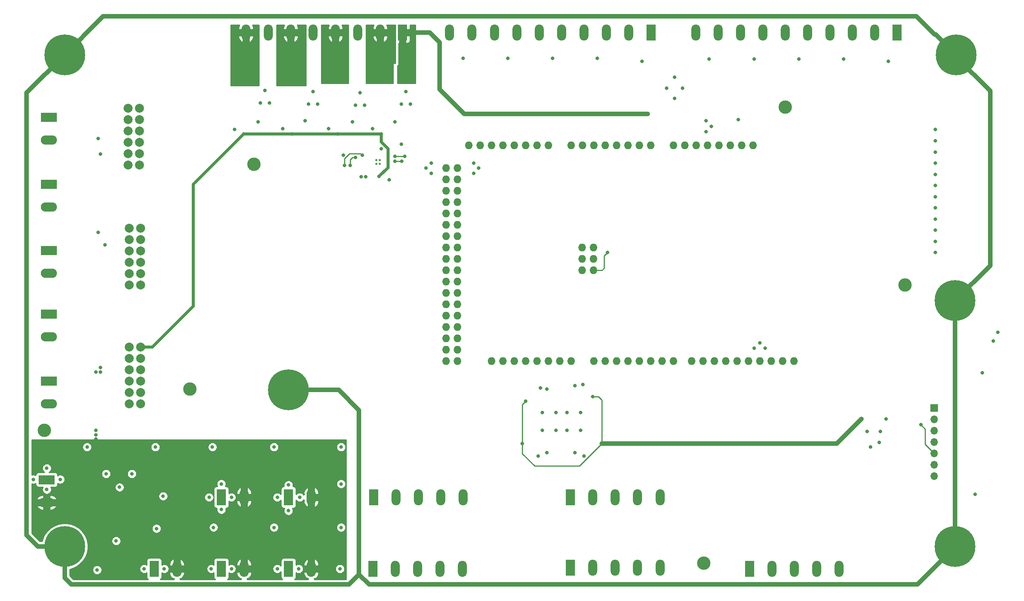
<source format=gbr>
G04 #@! TF.GenerationSoftware,KiCad,Pcbnew,(5.1.6)-1*
G04 #@! TF.CreationDate,2020-06-16T22:34:24-04:00*
G04 #@! TF.ProjectId,gantry-controller-prototype-DUE,67616e74-7279-42d6-936f-6e74726f6c6c,rev?*
G04 #@! TF.SameCoordinates,Original*
G04 #@! TF.FileFunction,Copper,L4,Bot*
G04 #@! TF.FilePolarity,Positive*
%FSLAX46Y46*%
G04 Gerber Fmt 4.6, Leading zero omitted, Abs format (unit mm)*
G04 Created by KiCad (PCBNEW (5.1.6)-1) date 2020-06-16 22:34:24*
%MOMM*%
%LPD*%
G01*
G04 APERTURE LIST*
G04 #@! TA.AperFunction,ComponentPad*
%ADD10C,3.000000*%
G04 #@! TD*
G04 #@! TA.AperFunction,ComponentPad*
%ADD11O,1.727200X1.727200*%
G04 #@! TD*
G04 #@! TA.AperFunction,ComponentPad*
%ADD12R,1.700000X1.700000*%
G04 #@! TD*
G04 #@! TA.AperFunction,ComponentPad*
%ADD13O,1.700000X1.700000*%
G04 #@! TD*
G04 #@! TA.AperFunction,ComponentPad*
%ADD14R,2.000000X3.600000*%
G04 #@! TD*
G04 #@! TA.AperFunction,ComponentPad*
%ADD15O,2.000000X3.600000*%
G04 #@! TD*
G04 #@! TA.AperFunction,ComponentPad*
%ADD16R,2.080000X3.600000*%
G04 #@! TD*
G04 #@! TA.AperFunction,ComponentPad*
%ADD17O,2.080000X3.600000*%
G04 #@! TD*
G04 #@! TA.AperFunction,ComponentPad*
%ADD18C,0.508000*%
G04 #@! TD*
G04 #@! TA.AperFunction,ComponentPad*
%ADD19C,9.100000*%
G04 #@! TD*
G04 #@! TA.AperFunction,ComponentPad*
%ADD20C,2.000000*%
G04 #@! TD*
G04 #@! TA.AperFunction,ComponentPad*
%ADD21R,3.600000X2.080000*%
G04 #@! TD*
G04 #@! TA.AperFunction,ComponentPad*
%ADD22O,3.600000X2.080000*%
G04 #@! TD*
G04 #@! TA.AperFunction,ViaPad*
%ADD23C,0.800000*%
G04 #@! TD*
G04 #@! TA.AperFunction,Conductor*
%ADD24C,0.635000*%
G04 #@! TD*
G04 #@! TA.AperFunction,Conductor*
%ADD25C,1.000000*%
G04 #@! TD*
G04 #@! TA.AperFunction,Conductor*
%ADD26C,0.250000*%
G04 #@! TD*
G04 #@! TA.AperFunction,Conductor*
%ADD27C,0.254000*%
G04 #@! TD*
G04 APERTURE END LIST*
D10*
X92250000Y-69500000D03*
X78000000Y-119750000D03*
X45500000Y-129000000D03*
X211000000Y-56750000D03*
X237750000Y-96500000D03*
X192750000Y-158750000D03*
D11*
X168123000Y-93230000D03*
X135230000Y-70370000D03*
X137770000Y-70370000D03*
X135230000Y-72910000D03*
X137770000Y-72910000D03*
X135230000Y-75450000D03*
X137770000Y-75450000D03*
X135230000Y-77990000D03*
X137770000Y-77990000D03*
X135230000Y-80530000D03*
X137770000Y-80530000D03*
X135230000Y-83070000D03*
X137770000Y-83070000D03*
X135230000Y-85610000D03*
X137770000Y-85610000D03*
X135230000Y-88150000D03*
X137770000Y-88150000D03*
X135230000Y-90690000D03*
X137770000Y-90690000D03*
X135230000Y-93230000D03*
X137770000Y-93230000D03*
X135230000Y-95770000D03*
X137770000Y-95770000D03*
X135230000Y-98310000D03*
X137770000Y-98310000D03*
X135230000Y-100850000D03*
X137770000Y-100850000D03*
X135230000Y-103390000D03*
X137770000Y-103390000D03*
X135230000Y-105930000D03*
X137770000Y-105930000D03*
X135230000Y-108470000D03*
X137770000Y-108470000D03*
X135230000Y-111010000D03*
X137770000Y-111010000D03*
X135230000Y-113550000D03*
X137770000Y-113550000D03*
X140310000Y-65290000D03*
X142850000Y-65290000D03*
X145390000Y-65290000D03*
X147930000Y-65290000D03*
X150470000Y-65290000D03*
X153010000Y-65290000D03*
X155550000Y-65290000D03*
X158090000Y-65290000D03*
X163170000Y-65290000D03*
X165710000Y-65290000D03*
X168250000Y-65290000D03*
X170790000Y-65290000D03*
X173330000Y-65290000D03*
X175870000Y-65290000D03*
X178410000Y-65290000D03*
X203810000Y-65290000D03*
X197714000Y-113550000D03*
X200254000Y-113550000D03*
X202794000Y-113550000D03*
X207874000Y-113550000D03*
X210414000Y-113550000D03*
X212954000Y-113550000D03*
X195174000Y-113550000D03*
X192634000Y-113550000D03*
X190094000Y-113550000D03*
X205334000Y-113550000D03*
X186030000Y-113550000D03*
X183490000Y-113550000D03*
X180950000Y-113550000D03*
X178410000Y-113550000D03*
X175870000Y-113550000D03*
X173330000Y-113550000D03*
X170790000Y-113550000D03*
X168250000Y-113550000D03*
X163170000Y-113550000D03*
X160630000Y-113550000D03*
X158090000Y-113550000D03*
X155550000Y-113550000D03*
X153010000Y-113550000D03*
X150470000Y-113550000D03*
X147930000Y-113550000D03*
X145390000Y-113550000D03*
X201270000Y-65290000D03*
X198730000Y-65290000D03*
X196190000Y-65290000D03*
X193650000Y-65290000D03*
X191110000Y-65290000D03*
X188570000Y-65290000D03*
X186030000Y-65290000D03*
X180950000Y-65290000D03*
X165583000Y-93230000D03*
X168123000Y-90690000D03*
X165583000Y-90690000D03*
X165583000Y-88150000D03*
X168123000Y-88150000D03*
D12*
X244250000Y-124000000D03*
D13*
X244250000Y-126540000D03*
X244250000Y-129080000D03*
X244250000Y-131620000D03*
X244250000Y-134160000D03*
X244250000Y-136700000D03*
X244250000Y-139240000D03*
D14*
X119000000Y-144000000D03*
D15*
X124000000Y-144000000D03*
X129000000Y-144000000D03*
X134000000Y-144000000D03*
X139000000Y-144000000D03*
D14*
X118872000Y-160000000D03*
D15*
X123872000Y-160000000D03*
X128872000Y-160000000D03*
X133872000Y-160000000D03*
X138872000Y-160000000D03*
D14*
X163000000Y-159766000D03*
D15*
X168000000Y-159766000D03*
X173000000Y-159766000D03*
X178000000Y-159766000D03*
X183000000Y-159766000D03*
D14*
X163000000Y-144000000D03*
D15*
X168000000Y-144000000D03*
X173000000Y-144000000D03*
X178000000Y-144000000D03*
X183000000Y-144000000D03*
D14*
X203000000Y-160000000D03*
D15*
X208000000Y-160000000D03*
X213000000Y-160000000D03*
X218000000Y-160000000D03*
X223000000Y-160000000D03*
D16*
X100000000Y-144000000D03*
D17*
X105080000Y-144000000D03*
D18*
X120393700Y-68606300D03*
X120393700Y-69393700D03*
X119606300Y-68606300D03*
X119606300Y-69393700D03*
D14*
X125500000Y-40005000D03*
D15*
X120500000Y-40005000D03*
X115500000Y-40005000D03*
X110500000Y-40005000D03*
X105500000Y-40005000D03*
X100500000Y-40005000D03*
X95500000Y-40005000D03*
X90500000Y-40005000D03*
D19*
X100000000Y-120000000D03*
X248920000Y-100000000D03*
X248920000Y-155000000D03*
X249174000Y-45000000D03*
X50000000Y-45000000D03*
X50000000Y-155000000D03*
D14*
X181000000Y-40000000D03*
D15*
X176000000Y-40000000D03*
X171000000Y-40000000D03*
X166000000Y-40000000D03*
X161000000Y-40000000D03*
X156000000Y-40000000D03*
X151000000Y-40000000D03*
X146000000Y-40000000D03*
X141000000Y-40000000D03*
X136000000Y-40000000D03*
D14*
X236000000Y-40000000D03*
D15*
X231000000Y-40000000D03*
X226000000Y-40000000D03*
X221000000Y-40000000D03*
X216000000Y-40000000D03*
X211000000Y-40000000D03*
X206000000Y-40000000D03*
X201000000Y-40000000D03*
X196000000Y-40000000D03*
X191000000Y-40000000D03*
D20*
X66692000Y-62043000D03*
X66692000Y-59503000D03*
X66692000Y-56963000D03*
X66692000Y-64583000D03*
X66692000Y-69663000D03*
X66692000Y-67123000D03*
X64152000Y-56963000D03*
X64152000Y-69663000D03*
X64152000Y-59503000D03*
X64152000Y-67123000D03*
X64152000Y-64583000D03*
X64152000Y-62043000D03*
X66946000Y-115453000D03*
X66946000Y-112913000D03*
X66946000Y-110373000D03*
X66946000Y-117993000D03*
X66946000Y-123073000D03*
X66946000Y-120533000D03*
X64406000Y-110373000D03*
X64406000Y-123073000D03*
X64406000Y-112913000D03*
X64406000Y-120533000D03*
X64406000Y-117993000D03*
X64406000Y-115453000D03*
X66946000Y-88853000D03*
X66946000Y-86313000D03*
X66946000Y-83773000D03*
X66946000Y-91393000D03*
X66946000Y-96473000D03*
X66946000Y-93933000D03*
X64406000Y-83773000D03*
X64406000Y-96473000D03*
X64406000Y-86313000D03*
X64406000Y-93933000D03*
X64406000Y-91393000D03*
X64406000Y-88853000D03*
D21*
X46482000Y-74000000D03*
D22*
X46482000Y-79080000D03*
D21*
X46482000Y-88773000D03*
D22*
X46482000Y-93853000D03*
D21*
X46482000Y-59000000D03*
D22*
X46482000Y-64080000D03*
D21*
X46482000Y-103000000D03*
D22*
X46482000Y-108080000D03*
D16*
X85000000Y-144000000D03*
D17*
X90080000Y-144000000D03*
D16*
X100000000Y-160000000D03*
D17*
X105080000Y-160000000D03*
D16*
X85000000Y-160000000D03*
D17*
X90080000Y-160000000D03*
D21*
X46482000Y-118000000D03*
D22*
X46482000Y-123080000D03*
D16*
X70000000Y-160000000D03*
D17*
X75080000Y-160000000D03*
D21*
X45974000Y-140081000D03*
D22*
X45974000Y-145161000D03*
D23*
X57000000Y-116000000D03*
X123750000Y-60000000D03*
X114250000Y-60000000D03*
X103750000Y-59750000D03*
X93250000Y-60000000D03*
X152250000Y-132000000D03*
X153000000Y-122500000D03*
X170000000Y-132000000D03*
X168000000Y-121500000D03*
X122500000Y-73000000D03*
X125250000Y-65000000D03*
X112250000Y-67500000D03*
X116250000Y-72250000D03*
X258500000Y-107100000D03*
X229250000Y-129250000D03*
X232250000Y-129250000D03*
X232000000Y-131750000D03*
X255000000Y-116120000D03*
X200500000Y-59500000D03*
X204000000Y-110650000D03*
X206500000Y-110650000D03*
X141350000Y-71500000D03*
X142500000Y-70370000D03*
X131900000Y-69250000D03*
X131900000Y-71500000D03*
X130750000Y-70370000D03*
X141350000Y-69250000D03*
X194500000Y-61000000D03*
X193250000Y-59750000D03*
X193250000Y-62250000D03*
X188000000Y-52500000D03*
X186250000Y-50000000D03*
X186250000Y-54750000D03*
X184500000Y-52500000D03*
X75000000Y-157500000D03*
X91750000Y-160000000D03*
X90000000Y-157500000D03*
X106750000Y-160000000D03*
X105000000Y-157500000D03*
X105000000Y-141250000D03*
X105000000Y-147000000D03*
X90000000Y-146750000D03*
X90000000Y-141250000D03*
X244500000Y-89250000D03*
X244500000Y-86750000D03*
X244500000Y-84250000D03*
X244500000Y-81750000D03*
X117250000Y-72250000D03*
X57000000Y-131000000D03*
X57000000Y-130000000D03*
X57000000Y-129000000D03*
X58000000Y-116000000D03*
X58000000Y-115000000D03*
X120750000Y-66000000D03*
X118750000Y-61500000D03*
X109000000Y-61500000D03*
X98750000Y-61500000D03*
X88000000Y-61750000D03*
X155750000Y-134750000D03*
X166000000Y-134750000D03*
X162250000Y-125000000D03*
X165750000Y-118750000D03*
X165250000Y-129000000D03*
X156750000Y-129000000D03*
X159750000Y-125000000D03*
X162250000Y-129000000D03*
X159750000Y-129000000D03*
X156750000Y-125000000D03*
X156250000Y-119500000D03*
X126250000Y-53250000D03*
X125250000Y-56000000D03*
X127250000Y-56000000D03*
X116000000Y-53500000D03*
X115000000Y-56250000D03*
X117000000Y-56250000D03*
X105500000Y-53250000D03*
X104500000Y-56000000D03*
X106500000Y-56000000D03*
X95750000Y-55750000D03*
X94750000Y-53000000D03*
X93750000Y-55750000D03*
X57500000Y-84750000D03*
X59000000Y-87500000D03*
X57500000Y-63750000D03*
X58000000Y-67250000D03*
X64000000Y-147000000D03*
X62000000Y-150000000D03*
X62000000Y-144000000D03*
X60000000Y-146956350D03*
X253400000Y-143300000D03*
X165250000Y-125000000D03*
X92250000Y-144000000D03*
X107000000Y-144000000D03*
X76750000Y-160000000D03*
X244500000Y-61750000D03*
X244500000Y-69250000D03*
X244500000Y-66750000D03*
X244500000Y-64250000D03*
X244500000Y-71750000D03*
X244500000Y-74250000D03*
X244500000Y-76750000D03*
X244500000Y-79250000D03*
X205350000Y-109500000D03*
X157750000Y-134000000D03*
X164000000Y-134000000D03*
X164000000Y-119000000D03*
X90000000Y-62750000D03*
X100750000Y-62750000D03*
X120750000Y-62750000D03*
X111000000Y-62750000D03*
X157750000Y-119750000D03*
X120250000Y-72233001D03*
X180250000Y-58250000D03*
X179000000Y-58250000D03*
X228000000Y-126500000D03*
X233500000Y-126500000D03*
X230000000Y-132750000D03*
X234000000Y-46500000D03*
X224000000Y-46000000D03*
X214000000Y-46000000D03*
X204000000Y-46000000D03*
X194000000Y-46000000D03*
X179000000Y-46500000D03*
X169000000Y-45750000D03*
X159000000Y-45750000D03*
X149000000Y-45750000D03*
X139000000Y-45750000D03*
X257500000Y-109000000D03*
X41500000Y-132750000D03*
X121500000Y-43500000D03*
X123000000Y-49750000D03*
X119500000Y-51000000D03*
X119500000Y-47000000D03*
X123750161Y-67737411D03*
X126000000Y-67750000D03*
X125274990Y-68839855D03*
X123750000Y-68839855D03*
X113750000Y-69750000D03*
X115000000Y-68000000D03*
X112500000Y-69750000D03*
X116500000Y-67500000D03*
X100000000Y-141250000D03*
X100000000Y-147000000D03*
X85000000Y-146750000D03*
X85000000Y-141000000D03*
X97500000Y-144000000D03*
X61500000Y-153750000D03*
X70250000Y-132750000D03*
X111500000Y-160000000D03*
X96750000Y-132750000D03*
X97500000Y-160000000D03*
X83000000Y-132750000D03*
X111750000Y-132750000D03*
X82750000Y-160000000D03*
X87250000Y-160000000D03*
X83250000Y-150750000D03*
X72250000Y-160000000D03*
X111750000Y-141000000D03*
X96750000Y-150750000D03*
X46000000Y-137500000D03*
X82250000Y-144000000D03*
X62250000Y-141750000D03*
X59250000Y-138750000D03*
X65000000Y-138750000D03*
X87250000Y-144000000D03*
X46000000Y-142250000D03*
X55000000Y-132750000D03*
X102250000Y-160000000D03*
X72000000Y-143750000D03*
X43000000Y-140000000D03*
X102500000Y-144000000D03*
X111750000Y-150750000D03*
X49000000Y-140000000D03*
X57250000Y-160250000D03*
X70500000Y-151000000D03*
X67750000Y-160000000D03*
X171250000Y-89250000D03*
X241250000Y-127750000D03*
D24*
X66946000Y-110373000D02*
X67377000Y-110373000D01*
X69627000Y-110373000D02*
X78750000Y-101250000D01*
X78750000Y-101250000D02*
X78750000Y-74000000D01*
X78750000Y-74000000D02*
X90000000Y-62750000D01*
X90000000Y-62750000D02*
X100750000Y-62750000D01*
X90000000Y-62750000D02*
X90000000Y-62750000D01*
X100750000Y-62750000D02*
X111000000Y-62750000D01*
X120750000Y-62750000D02*
X120750000Y-62750000D01*
X111000000Y-62750000D02*
X120750000Y-62750000D01*
X67377000Y-110373000D02*
X69627000Y-110373000D01*
X120750000Y-62750000D02*
X120750000Y-64500000D01*
X120750000Y-64500000D02*
X122250000Y-66000000D01*
X122250000Y-70233001D02*
X120250000Y-72233001D01*
X122250000Y-66000000D02*
X122250000Y-70233001D01*
D25*
X180250000Y-58250000D02*
X179000000Y-58250000D01*
D26*
X125568002Y-40073002D02*
X125500000Y-40005000D01*
D25*
X179000000Y-58250000D02*
X149750000Y-58250000D01*
X131573002Y-40073002D02*
X125568002Y-40073002D01*
X149750000Y-58250000D02*
X139250000Y-58250000D01*
X139250000Y-58250000D02*
X133750000Y-52750000D01*
X133750000Y-42250000D02*
X131573002Y-40073002D01*
X133750000Y-52750000D02*
X133750000Y-42250000D01*
D26*
X152250000Y-123250000D02*
X153000000Y-122500000D01*
X152250000Y-132000000D02*
X152250000Y-123250000D01*
X152250000Y-132000000D02*
X152250000Y-134250000D01*
X152250000Y-134250000D02*
X155000000Y-137000000D01*
X165000000Y-137000000D02*
X170000000Y-132000000D01*
X155000000Y-137000000D02*
X165000000Y-137000000D01*
X168000000Y-121500000D02*
X169250000Y-121500000D01*
X170000000Y-122250000D02*
X170000000Y-132000000D01*
X169250000Y-121500000D02*
X170000000Y-122250000D01*
D25*
X222500000Y-132000000D02*
X228000000Y-126500000D01*
X170000000Y-132000000D02*
X222500000Y-132000000D01*
D26*
X248920000Y-45254000D02*
X249174000Y-45000000D01*
D25*
X58000000Y-37000000D02*
X50000000Y-45000000D01*
X244624001Y-40450001D02*
X244350001Y-40450001D01*
X249174000Y-45000000D02*
X244624001Y-40450001D01*
X244350001Y-40450001D02*
X240300000Y-36400000D01*
X240300000Y-36400000D02*
X58600000Y-36400000D01*
X58600000Y-36400000D02*
X58000000Y-37000000D01*
X41500000Y-53500000D02*
X50000000Y-45000000D01*
X41500000Y-152500000D02*
X41500000Y-53500000D01*
X50000000Y-155000000D02*
X44000000Y-155000000D01*
X44000000Y-155000000D02*
X41500000Y-152500000D01*
X256750000Y-53084000D02*
X248920000Y-45254000D01*
X248920000Y-100000000D02*
X256750000Y-92170000D01*
X256750000Y-92170000D02*
X256750000Y-53084000D01*
X248920000Y-155000000D02*
X248920000Y-148565329D01*
X248920000Y-148565329D02*
X248920000Y-100000000D01*
X118000000Y-163500000D02*
X115750000Y-161250000D01*
X240500000Y-163500000D02*
X118000000Y-163500000D01*
X248920000Y-155000000D02*
X248920000Y-155080000D01*
X248920000Y-155080000D02*
X240500000Y-163500000D01*
X50000000Y-162000000D02*
X50000000Y-155000000D01*
X51500000Y-163500000D02*
X50000000Y-162000000D01*
X115750000Y-161250000D02*
X113500000Y-163500000D01*
X113500000Y-163500000D02*
X51500000Y-163500000D01*
X115750000Y-124500000D02*
X115750000Y-161250000D01*
X100000000Y-120000000D02*
X111250000Y-120000000D01*
X111250000Y-120000000D02*
X115750000Y-124500000D01*
D26*
X123762750Y-67750000D02*
X123750161Y-67737411D01*
X126000000Y-67750000D02*
X123762750Y-67750000D01*
X125274990Y-68839855D02*
X123615199Y-68839855D01*
X113750000Y-68500000D02*
X113750000Y-69750000D01*
X115000000Y-68000000D02*
X114250000Y-68000000D01*
X114250000Y-68000000D02*
X113750000Y-68500000D01*
X112500000Y-68250000D02*
X112500000Y-69750000D01*
X113649999Y-67100001D02*
X112500000Y-68250000D01*
X116500000Y-67500000D02*
X116100001Y-67100001D01*
X116100001Y-67100001D02*
X113649999Y-67100001D01*
X168123000Y-93230000D02*
X170020000Y-93230000D01*
X170020000Y-93230000D02*
X170500000Y-92750000D01*
X170500000Y-90000000D02*
X171250000Y-89250000D01*
X170500000Y-92750000D02*
X170500000Y-90000000D01*
X242250000Y-128750000D02*
X241250000Y-127750000D01*
X244250000Y-134160000D02*
X242250000Y-132160000D01*
X242250000Y-132160000D02*
X242250000Y-128750000D01*
D27*
G36*
X45258357Y-131131677D02*
G01*
X45678870Y-131137860D01*
X45737996Y-131127000D01*
X112873000Y-131127000D01*
X112873000Y-162365000D01*
X105753002Y-162365000D01*
X105753002Y-162118707D01*
X105984661Y-162169685D01*
X106145144Y-162078030D01*
X106381812Y-161844905D01*
X106568453Y-161570088D01*
X106697893Y-161264140D01*
X106765159Y-160938818D01*
X106613635Y-160673000D01*
X105753000Y-160673000D01*
X105753000Y-160693000D01*
X104407000Y-160693000D01*
X104407000Y-160673000D01*
X103546365Y-160673000D01*
X103394841Y-160938818D01*
X103462107Y-161264140D01*
X103591547Y-161570088D01*
X103778188Y-161844905D01*
X104014856Y-162078030D01*
X104175339Y-162169685D01*
X104406998Y-162118707D01*
X104406998Y-162365000D01*
X101330019Y-162365000D01*
X101394494Y-162330537D01*
X101491185Y-162251185D01*
X101570537Y-162154494D01*
X101629502Y-162044180D01*
X101665812Y-161924482D01*
X101678072Y-161800000D01*
X101678072Y-160862634D01*
X101759744Y-160917205D01*
X101948102Y-160995226D01*
X102148061Y-161035000D01*
X102351939Y-161035000D01*
X102551898Y-160995226D01*
X102740256Y-160917205D01*
X102909774Y-160803937D01*
X103053937Y-160659774D01*
X103167205Y-160490256D01*
X103245226Y-160301898D01*
X103285000Y-160101939D01*
X103285000Y-159898061D01*
X110465000Y-159898061D01*
X110465000Y-160101939D01*
X110504774Y-160301898D01*
X110582795Y-160490256D01*
X110696063Y-160659774D01*
X110840226Y-160803937D01*
X111009744Y-160917205D01*
X111198102Y-160995226D01*
X111398061Y-161035000D01*
X111601939Y-161035000D01*
X111801898Y-160995226D01*
X111990256Y-160917205D01*
X112159774Y-160803937D01*
X112303937Y-160659774D01*
X112417205Y-160490256D01*
X112495226Y-160301898D01*
X112535000Y-160101939D01*
X112535000Y-159898061D01*
X112495226Y-159698102D01*
X112417205Y-159509744D01*
X112303937Y-159340226D01*
X112159774Y-159196063D01*
X111990256Y-159082795D01*
X111801898Y-159004774D01*
X111601939Y-158965000D01*
X111398061Y-158965000D01*
X111198102Y-159004774D01*
X111009744Y-159082795D01*
X110840226Y-159196063D01*
X110696063Y-159340226D01*
X110582795Y-159509744D01*
X110504774Y-159698102D01*
X110465000Y-159898061D01*
X103285000Y-159898061D01*
X103245226Y-159698102D01*
X103167205Y-159509744D01*
X103053937Y-159340226D01*
X102909774Y-159196063D01*
X102740256Y-159082795D01*
X102688078Y-159061182D01*
X103394841Y-159061182D01*
X103546365Y-159327000D01*
X104407000Y-159327000D01*
X104407000Y-157881293D01*
X105753000Y-157881293D01*
X105753000Y-159327000D01*
X106613635Y-159327000D01*
X106765159Y-159061182D01*
X106697893Y-158735860D01*
X106568453Y-158429912D01*
X106381812Y-158155095D01*
X106145144Y-157921970D01*
X105984661Y-157830315D01*
X105753000Y-157881293D01*
X104407000Y-157881293D01*
X104175339Y-157830315D01*
X104014856Y-157921970D01*
X103778188Y-158155095D01*
X103591547Y-158429912D01*
X103462107Y-158735860D01*
X103394841Y-159061182D01*
X102688078Y-159061182D01*
X102551898Y-159004774D01*
X102351939Y-158965000D01*
X102148061Y-158965000D01*
X101948102Y-159004774D01*
X101759744Y-159082795D01*
X101678072Y-159137366D01*
X101678072Y-158200000D01*
X101665812Y-158075518D01*
X101629502Y-157955820D01*
X101570537Y-157845506D01*
X101491185Y-157748815D01*
X101394494Y-157669463D01*
X101284180Y-157610498D01*
X101164482Y-157574188D01*
X101040000Y-157561928D01*
X98960000Y-157561928D01*
X98835518Y-157574188D01*
X98715820Y-157610498D01*
X98605506Y-157669463D01*
X98508815Y-157748815D01*
X98429463Y-157845506D01*
X98370498Y-157955820D01*
X98334188Y-158075518D01*
X98321928Y-158200000D01*
X98321928Y-159367152D01*
X98303937Y-159340226D01*
X98159774Y-159196063D01*
X97990256Y-159082795D01*
X97801898Y-159004774D01*
X97601939Y-158965000D01*
X97398061Y-158965000D01*
X97198102Y-159004774D01*
X97009744Y-159082795D01*
X96840226Y-159196063D01*
X96696063Y-159340226D01*
X96582795Y-159509744D01*
X96504774Y-159698102D01*
X96465000Y-159898061D01*
X96465000Y-160101939D01*
X96504774Y-160301898D01*
X96582795Y-160490256D01*
X96696063Y-160659774D01*
X96840226Y-160803937D01*
X97009744Y-160917205D01*
X97198102Y-160995226D01*
X97398061Y-161035000D01*
X97601939Y-161035000D01*
X97801898Y-160995226D01*
X97990256Y-160917205D01*
X98159774Y-160803937D01*
X98303937Y-160659774D01*
X98321928Y-160632848D01*
X98321928Y-161800000D01*
X98334188Y-161924482D01*
X98370498Y-162044180D01*
X98429463Y-162154494D01*
X98508815Y-162251185D01*
X98605506Y-162330537D01*
X98669981Y-162365000D01*
X90753002Y-162365000D01*
X90753002Y-162118707D01*
X90984661Y-162169685D01*
X91145144Y-162078030D01*
X91381812Y-161844905D01*
X91568453Y-161570088D01*
X91697893Y-161264140D01*
X91765159Y-160938818D01*
X91613635Y-160673000D01*
X90753000Y-160673000D01*
X90753000Y-160693000D01*
X89407000Y-160693000D01*
X89407000Y-160673000D01*
X88546365Y-160673000D01*
X88394841Y-160938818D01*
X88462107Y-161264140D01*
X88591547Y-161570088D01*
X88778188Y-161844905D01*
X89014856Y-162078030D01*
X89175339Y-162169685D01*
X89406998Y-162118707D01*
X89406998Y-162365000D01*
X86330019Y-162365000D01*
X86394494Y-162330537D01*
X86491185Y-162251185D01*
X86570537Y-162154494D01*
X86629502Y-162044180D01*
X86665812Y-161924482D01*
X86678072Y-161800000D01*
X86678072Y-160862634D01*
X86759744Y-160917205D01*
X86948102Y-160995226D01*
X87148061Y-161035000D01*
X87351939Y-161035000D01*
X87551898Y-160995226D01*
X87740256Y-160917205D01*
X87909774Y-160803937D01*
X88053937Y-160659774D01*
X88167205Y-160490256D01*
X88245226Y-160301898D01*
X88285000Y-160101939D01*
X88285000Y-159898061D01*
X88245226Y-159698102D01*
X88167205Y-159509744D01*
X88053937Y-159340226D01*
X87909774Y-159196063D01*
X87740256Y-159082795D01*
X87688078Y-159061182D01*
X88394841Y-159061182D01*
X88546365Y-159327000D01*
X89407000Y-159327000D01*
X89407000Y-157881293D01*
X90753000Y-157881293D01*
X90753000Y-159327000D01*
X91613635Y-159327000D01*
X91765159Y-159061182D01*
X91697893Y-158735860D01*
X91568453Y-158429912D01*
X91381812Y-158155095D01*
X91145144Y-157921970D01*
X90984661Y-157830315D01*
X90753000Y-157881293D01*
X89407000Y-157881293D01*
X89175339Y-157830315D01*
X89014856Y-157921970D01*
X88778188Y-158155095D01*
X88591547Y-158429912D01*
X88462107Y-158735860D01*
X88394841Y-159061182D01*
X87688078Y-159061182D01*
X87551898Y-159004774D01*
X87351939Y-158965000D01*
X87148061Y-158965000D01*
X86948102Y-159004774D01*
X86759744Y-159082795D01*
X86678072Y-159137366D01*
X86678072Y-158200000D01*
X86665812Y-158075518D01*
X86629502Y-157955820D01*
X86570537Y-157845506D01*
X86491185Y-157748815D01*
X86394494Y-157669463D01*
X86284180Y-157610498D01*
X86164482Y-157574188D01*
X86040000Y-157561928D01*
X83960000Y-157561928D01*
X83835518Y-157574188D01*
X83715820Y-157610498D01*
X83605506Y-157669463D01*
X83508815Y-157748815D01*
X83429463Y-157845506D01*
X83370498Y-157955820D01*
X83334188Y-158075518D01*
X83321928Y-158200000D01*
X83321928Y-159137366D01*
X83240256Y-159082795D01*
X83051898Y-159004774D01*
X82851939Y-158965000D01*
X82648061Y-158965000D01*
X82448102Y-159004774D01*
X82259744Y-159082795D01*
X82090226Y-159196063D01*
X81946063Y-159340226D01*
X81832795Y-159509744D01*
X81754774Y-159698102D01*
X81715000Y-159898061D01*
X81715000Y-160101939D01*
X81754774Y-160301898D01*
X81832795Y-160490256D01*
X81946063Y-160659774D01*
X82090226Y-160803937D01*
X82259744Y-160917205D01*
X82448102Y-160995226D01*
X82648061Y-161035000D01*
X82851939Y-161035000D01*
X83051898Y-160995226D01*
X83240256Y-160917205D01*
X83321928Y-160862634D01*
X83321928Y-161800000D01*
X83334188Y-161924482D01*
X83370498Y-162044180D01*
X83429463Y-162154494D01*
X83508815Y-162251185D01*
X83605506Y-162330537D01*
X83669981Y-162365000D01*
X75753002Y-162365000D01*
X75753002Y-162118707D01*
X75984661Y-162169685D01*
X76145144Y-162078030D01*
X76381812Y-161844905D01*
X76568453Y-161570088D01*
X76697893Y-161264140D01*
X76765159Y-160938818D01*
X76613635Y-160673000D01*
X75753000Y-160673000D01*
X75753000Y-160693000D01*
X74407000Y-160693000D01*
X74407000Y-160673000D01*
X73546365Y-160673000D01*
X73394841Y-160938818D01*
X73462107Y-161264140D01*
X73591547Y-161570088D01*
X73778188Y-161844905D01*
X74014856Y-162078030D01*
X74175339Y-162169685D01*
X74406998Y-162118707D01*
X74406998Y-162365000D01*
X71330019Y-162365000D01*
X71394494Y-162330537D01*
X71491185Y-162251185D01*
X71570537Y-162154494D01*
X71629502Y-162044180D01*
X71665812Y-161924482D01*
X71678072Y-161800000D01*
X71678072Y-160862634D01*
X71759744Y-160917205D01*
X71948102Y-160995226D01*
X72148061Y-161035000D01*
X72351939Y-161035000D01*
X72551898Y-160995226D01*
X72740256Y-160917205D01*
X72909774Y-160803937D01*
X73053937Y-160659774D01*
X73167205Y-160490256D01*
X73245226Y-160301898D01*
X73285000Y-160101939D01*
X73285000Y-159898061D01*
X73245226Y-159698102D01*
X73167205Y-159509744D01*
X73053937Y-159340226D01*
X72909774Y-159196063D01*
X72740256Y-159082795D01*
X72688078Y-159061182D01*
X73394841Y-159061182D01*
X73546365Y-159327000D01*
X74407000Y-159327000D01*
X74407000Y-157881293D01*
X75753000Y-157881293D01*
X75753000Y-159327000D01*
X76613635Y-159327000D01*
X76765159Y-159061182D01*
X76697893Y-158735860D01*
X76568453Y-158429912D01*
X76381812Y-158155095D01*
X76145144Y-157921970D01*
X75984661Y-157830315D01*
X75753000Y-157881293D01*
X74407000Y-157881293D01*
X74175339Y-157830315D01*
X74014856Y-157921970D01*
X73778188Y-158155095D01*
X73591547Y-158429912D01*
X73462107Y-158735860D01*
X73394841Y-159061182D01*
X72688078Y-159061182D01*
X72551898Y-159004774D01*
X72351939Y-158965000D01*
X72148061Y-158965000D01*
X71948102Y-159004774D01*
X71759744Y-159082795D01*
X71678072Y-159137366D01*
X71678072Y-158200000D01*
X71665812Y-158075518D01*
X71629502Y-157955820D01*
X71570537Y-157845506D01*
X71491185Y-157748815D01*
X71394494Y-157669463D01*
X71284180Y-157610498D01*
X71164482Y-157574188D01*
X71040000Y-157561928D01*
X68960000Y-157561928D01*
X68835518Y-157574188D01*
X68715820Y-157610498D01*
X68605506Y-157669463D01*
X68508815Y-157748815D01*
X68429463Y-157845506D01*
X68370498Y-157955820D01*
X68334188Y-158075518D01*
X68321928Y-158200000D01*
X68321928Y-159137366D01*
X68240256Y-159082795D01*
X68051898Y-159004774D01*
X67851939Y-158965000D01*
X67648061Y-158965000D01*
X67448102Y-159004774D01*
X67259744Y-159082795D01*
X67090226Y-159196063D01*
X66946063Y-159340226D01*
X66832795Y-159509744D01*
X66754774Y-159698102D01*
X66715000Y-159898061D01*
X66715000Y-160101939D01*
X66754774Y-160301898D01*
X66832795Y-160490256D01*
X66946063Y-160659774D01*
X67090226Y-160803937D01*
X67259744Y-160917205D01*
X67448102Y-160995226D01*
X67648061Y-161035000D01*
X67851939Y-161035000D01*
X68051898Y-160995226D01*
X68240256Y-160917205D01*
X68321928Y-160862634D01*
X68321928Y-161800000D01*
X68334188Y-161924482D01*
X68370498Y-162044180D01*
X68429463Y-162154494D01*
X68508815Y-162251185D01*
X68605506Y-162330537D01*
X68669981Y-162365000D01*
X51970132Y-162365000D01*
X51135000Y-161529869D01*
X51135000Y-160148061D01*
X56215000Y-160148061D01*
X56215000Y-160351939D01*
X56254774Y-160551898D01*
X56332795Y-160740256D01*
X56446063Y-160909774D01*
X56590226Y-161053937D01*
X56759744Y-161167205D01*
X56948102Y-161245226D01*
X57148061Y-161285000D01*
X57351939Y-161285000D01*
X57551898Y-161245226D01*
X57740256Y-161167205D01*
X57909774Y-161053937D01*
X58053937Y-160909774D01*
X58167205Y-160740256D01*
X58245226Y-160551898D01*
X58285000Y-160351939D01*
X58285000Y-160148061D01*
X58245226Y-159948102D01*
X58167205Y-159759744D01*
X58053937Y-159590226D01*
X57909774Y-159446063D01*
X57740256Y-159332795D01*
X57551898Y-159254774D01*
X57351939Y-159215000D01*
X57148061Y-159215000D01*
X56948102Y-159254774D01*
X56759744Y-159332795D01*
X56590226Y-159446063D01*
X56446063Y-159590226D01*
X56332795Y-159759744D01*
X56254774Y-159948102D01*
X56215000Y-160148061D01*
X51135000Y-160148061D01*
X51135000Y-160060814D01*
X51512409Y-159985743D01*
X52456018Y-159594887D01*
X53305245Y-159027452D01*
X54027452Y-158305245D01*
X54594887Y-157456018D01*
X54985743Y-156512409D01*
X55185000Y-155510678D01*
X55185000Y-154489322D01*
X55017663Y-153648061D01*
X60465000Y-153648061D01*
X60465000Y-153851939D01*
X60504774Y-154051898D01*
X60582795Y-154240256D01*
X60696063Y-154409774D01*
X60840226Y-154553937D01*
X61009744Y-154667205D01*
X61198102Y-154745226D01*
X61398061Y-154785000D01*
X61601939Y-154785000D01*
X61801898Y-154745226D01*
X61990256Y-154667205D01*
X62159774Y-154553937D01*
X62303937Y-154409774D01*
X62417205Y-154240256D01*
X62495226Y-154051898D01*
X62535000Y-153851939D01*
X62535000Y-153648061D01*
X62495226Y-153448102D01*
X62417205Y-153259744D01*
X62303937Y-153090226D01*
X62159774Y-152946063D01*
X61990256Y-152832795D01*
X61801898Y-152754774D01*
X61601939Y-152715000D01*
X61398061Y-152715000D01*
X61198102Y-152754774D01*
X61009744Y-152832795D01*
X60840226Y-152946063D01*
X60696063Y-153090226D01*
X60582795Y-153259744D01*
X60504774Y-153448102D01*
X60465000Y-153648061D01*
X55017663Y-153648061D01*
X54985743Y-153487591D01*
X54594887Y-152543982D01*
X54027452Y-151694755D01*
X53305245Y-150972548D01*
X53193768Y-150898061D01*
X69465000Y-150898061D01*
X69465000Y-151101939D01*
X69504774Y-151301898D01*
X69582795Y-151490256D01*
X69696063Y-151659774D01*
X69840226Y-151803937D01*
X70009744Y-151917205D01*
X70198102Y-151995226D01*
X70398061Y-152035000D01*
X70601939Y-152035000D01*
X70801898Y-151995226D01*
X70990256Y-151917205D01*
X71159774Y-151803937D01*
X71303937Y-151659774D01*
X71417205Y-151490256D01*
X71495226Y-151301898D01*
X71535000Y-151101939D01*
X71535000Y-150898061D01*
X71495226Y-150698102D01*
X71474499Y-150648061D01*
X82215000Y-150648061D01*
X82215000Y-150851939D01*
X82254774Y-151051898D01*
X82332795Y-151240256D01*
X82446063Y-151409774D01*
X82590226Y-151553937D01*
X82759744Y-151667205D01*
X82948102Y-151745226D01*
X83148061Y-151785000D01*
X83351939Y-151785000D01*
X83551898Y-151745226D01*
X83740256Y-151667205D01*
X83909774Y-151553937D01*
X84053937Y-151409774D01*
X84167205Y-151240256D01*
X84245226Y-151051898D01*
X84285000Y-150851939D01*
X84285000Y-150648061D01*
X95715000Y-150648061D01*
X95715000Y-150851939D01*
X95754774Y-151051898D01*
X95832795Y-151240256D01*
X95946063Y-151409774D01*
X96090226Y-151553937D01*
X96259744Y-151667205D01*
X96448102Y-151745226D01*
X96648061Y-151785000D01*
X96851939Y-151785000D01*
X97051898Y-151745226D01*
X97240256Y-151667205D01*
X97409774Y-151553937D01*
X97553937Y-151409774D01*
X97667205Y-151240256D01*
X97745226Y-151051898D01*
X97785000Y-150851939D01*
X97785000Y-150648061D01*
X110715000Y-150648061D01*
X110715000Y-150851939D01*
X110754774Y-151051898D01*
X110832795Y-151240256D01*
X110946063Y-151409774D01*
X111090226Y-151553937D01*
X111259744Y-151667205D01*
X111448102Y-151745226D01*
X111648061Y-151785000D01*
X111851939Y-151785000D01*
X112051898Y-151745226D01*
X112240256Y-151667205D01*
X112409774Y-151553937D01*
X112553937Y-151409774D01*
X112667205Y-151240256D01*
X112745226Y-151051898D01*
X112785000Y-150851939D01*
X112785000Y-150648061D01*
X112745226Y-150448102D01*
X112667205Y-150259744D01*
X112553937Y-150090226D01*
X112409774Y-149946063D01*
X112240256Y-149832795D01*
X112051898Y-149754774D01*
X111851939Y-149715000D01*
X111648061Y-149715000D01*
X111448102Y-149754774D01*
X111259744Y-149832795D01*
X111090226Y-149946063D01*
X110946063Y-150090226D01*
X110832795Y-150259744D01*
X110754774Y-150448102D01*
X110715000Y-150648061D01*
X97785000Y-150648061D01*
X97745226Y-150448102D01*
X97667205Y-150259744D01*
X97553937Y-150090226D01*
X97409774Y-149946063D01*
X97240256Y-149832795D01*
X97051898Y-149754774D01*
X96851939Y-149715000D01*
X96648061Y-149715000D01*
X96448102Y-149754774D01*
X96259744Y-149832795D01*
X96090226Y-149946063D01*
X95946063Y-150090226D01*
X95832795Y-150259744D01*
X95754774Y-150448102D01*
X95715000Y-150648061D01*
X84285000Y-150648061D01*
X84245226Y-150448102D01*
X84167205Y-150259744D01*
X84053937Y-150090226D01*
X83909774Y-149946063D01*
X83740256Y-149832795D01*
X83551898Y-149754774D01*
X83351939Y-149715000D01*
X83148061Y-149715000D01*
X82948102Y-149754774D01*
X82759744Y-149832795D01*
X82590226Y-149946063D01*
X82446063Y-150090226D01*
X82332795Y-150259744D01*
X82254774Y-150448102D01*
X82215000Y-150648061D01*
X71474499Y-150648061D01*
X71417205Y-150509744D01*
X71303937Y-150340226D01*
X71159774Y-150196063D01*
X70990256Y-150082795D01*
X70801898Y-150004774D01*
X70601939Y-149965000D01*
X70398061Y-149965000D01*
X70198102Y-150004774D01*
X70009744Y-150082795D01*
X69840226Y-150196063D01*
X69696063Y-150340226D01*
X69582795Y-150509744D01*
X69504774Y-150698102D01*
X69465000Y-150898061D01*
X53193768Y-150898061D01*
X52456018Y-150405113D01*
X51512409Y-150014257D01*
X50510678Y-149815000D01*
X49489322Y-149815000D01*
X48487591Y-150014257D01*
X47543982Y-150405113D01*
X46694755Y-150972548D01*
X45972548Y-151694755D01*
X45405113Y-152543982D01*
X45014257Y-153487591D01*
X44939186Y-153865000D01*
X44470132Y-153865000D01*
X42635000Y-152029869D01*
X42635000Y-146065661D01*
X43804315Y-146065661D01*
X43895970Y-146226144D01*
X44129095Y-146462812D01*
X44403912Y-146649453D01*
X44709860Y-146778893D01*
X45035182Y-146846159D01*
X45301000Y-146694635D01*
X45301000Y-145834000D01*
X46647000Y-145834000D01*
X46647000Y-146694635D01*
X46912818Y-146846159D01*
X47238140Y-146778893D01*
X47544088Y-146649453D01*
X47818905Y-146462812D01*
X48052030Y-146226144D01*
X48143685Y-146065661D01*
X48092707Y-145834000D01*
X46647000Y-145834000D01*
X45301000Y-145834000D01*
X43855293Y-145834000D01*
X43804315Y-146065661D01*
X42635000Y-146065661D01*
X42635000Y-144256339D01*
X43804315Y-144256339D01*
X43855293Y-144488000D01*
X45301000Y-144488000D01*
X45301000Y-143627365D01*
X46647000Y-143627365D01*
X46647000Y-144488000D01*
X48092707Y-144488000D01*
X48143685Y-144256339D01*
X48052030Y-144095856D01*
X47818905Y-143859188D01*
X47544088Y-143672547D01*
X47486213Y-143648061D01*
X70965000Y-143648061D01*
X70965000Y-143851939D01*
X71004774Y-144051898D01*
X71082795Y-144240256D01*
X71196063Y-144409774D01*
X71340226Y-144553937D01*
X71509744Y-144667205D01*
X71698102Y-144745226D01*
X71898061Y-144785000D01*
X72101939Y-144785000D01*
X72301898Y-144745226D01*
X72490256Y-144667205D01*
X72659774Y-144553937D01*
X72803937Y-144409774D01*
X72917205Y-144240256D01*
X72995226Y-144051898D01*
X73025825Y-143898061D01*
X81215000Y-143898061D01*
X81215000Y-144101939D01*
X81254774Y-144301898D01*
X81332795Y-144490256D01*
X81446063Y-144659774D01*
X81590226Y-144803937D01*
X81759744Y-144917205D01*
X81948102Y-144995226D01*
X82148061Y-145035000D01*
X82351939Y-145035000D01*
X82551898Y-144995226D01*
X82740256Y-144917205D01*
X82909774Y-144803937D01*
X83053937Y-144659774D01*
X83167205Y-144490256D01*
X83245226Y-144301898D01*
X83285000Y-144101939D01*
X83285000Y-143898061D01*
X83245226Y-143698102D01*
X83167205Y-143509744D01*
X83053937Y-143340226D01*
X82909774Y-143196063D01*
X82740256Y-143082795D01*
X82551898Y-143004774D01*
X82351939Y-142965000D01*
X82148061Y-142965000D01*
X81948102Y-143004774D01*
X81759744Y-143082795D01*
X81590226Y-143196063D01*
X81446063Y-143340226D01*
X81332795Y-143509744D01*
X81254774Y-143698102D01*
X81215000Y-143898061D01*
X73025825Y-143898061D01*
X73035000Y-143851939D01*
X73035000Y-143648061D01*
X72995226Y-143448102D01*
X72917205Y-143259744D01*
X72803937Y-143090226D01*
X72659774Y-142946063D01*
X72490256Y-142832795D01*
X72301898Y-142754774D01*
X72101939Y-142715000D01*
X71898061Y-142715000D01*
X71698102Y-142754774D01*
X71509744Y-142832795D01*
X71340226Y-142946063D01*
X71196063Y-143090226D01*
X71082795Y-143259744D01*
X71004774Y-143448102D01*
X70965000Y-143648061D01*
X47486213Y-143648061D01*
X47238140Y-143543107D01*
X46912818Y-143475841D01*
X46647000Y-143627365D01*
X45301000Y-143627365D01*
X45035182Y-143475841D01*
X44709860Y-143543107D01*
X44403912Y-143672547D01*
X44129095Y-143859188D01*
X43895970Y-144095856D01*
X43804315Y-144256339D01*
X42635000Y-144256339D01*
X42635000Y-140969088D01*
X42698102Y-140995226D01*
X42898061Y-141035000D01*
X43101939Y-141035000D01*
X43301898Y-140995226D01*
X43490256Y-140917205D01*
X43535928Y-140886688D01*
X43535928Y-141121000D01*
X43548188Y-141245482D01*
X43584498Y-141365180D01*
X43643463Y-141475494D01*
X43722815Y-141572185D01*
X43819506Y-141651537D01*
X43929820Y-141710502D01*
X44049518Y-141746812D01*
X44174000Y-141759072D01*
X45083244Y-141759072D01*
X45082795Y-141759744D01*
X45004774Y-141948102D01*
X44965000Y-142148061D01*
X44965000Y-142351939D01*
X45004774Y-142551898D01*
X45082795Y-142740256D01*
X45196063Y-142909774D01*
X45340226Y-143053937D01*
X45509744Y-143167205D01*
X45698102Y-143245226D01*
X45898061Y-143285000D01*
X46101939Y-143285000D01*
X46301898Y-143245226D01*
X46490256Y-143167205D01*
X46659774Y-143053937D01*
X46803937Y-142909774D01*
X46917205Y-142740256D01*
X46995226Y-142551898D01*
X47035000Y-142351939D01*
X47035000Y-142148061D01*
X46995226Y-141948102D01*
X46917205Y-141759744D01*
X46916756Y-141759072D01*
X47774000Y-141759072D01*
X47898482Y-141746812D01*
X48018180Y-141710502D01*
X48128494Y-141651537D01*
X48132729Y-141648061D01*
X61215000Y-141648061D01*
X61215000Y-141851939D01*
X61254774Y-142051898D01*
X61332795Y-142240256D01*
X61446063Y-142409774D01*
X61590226Y-142553937D01*
X61759744Y-142667205D01*
X61948102Y-142745226D01*
X62148061Y-142785000D01*
X62351939Y-142785000D01*
X62551898Y-142745226D01*
X62740256Y-142667205D01*
X62909774Y-142553937D01*
X63053937Y-142409774D01*
X63167205Y-142240256D01*
X63183879Y-142200000D01*
X83321928Y-142200000D01*
X83321928Y-145800000D01*
X83334188Y-145924482D01*
X83370498Y-146044180D01*
X83429463Y-146154494D01*
X83508815Y-146251185D01*
X83605506Y-146330537D01*
X83715820Y-146389502D01*
X83835518Y-146425812D01*
X83960000Y-146438072D01*
X84008929Y-146438072D01*
X84004774Y-146448102D01*
X83965000Y-146648061D01*
X83965000Y-146851939D01*
X84004774Y-147051898D01*
X84082795Y-147240256D01*
X84196063Y-147409774D01*
X84340226Y-147553937D01*
X84509744Y-147667205D01*
X84698102Y-147745226D01*
X84898061Y-147785000D01*
X85101939Y-147785000D01*
X85301898Y-147745226D01*
X85490256Y-147667205D01*
X85659774Y-147553937D01*
X85803937Y-147409774D01*
X85917205Y-147240256D01*
X85995226Y-147051898D01*
X86035000Y-146851939D01*
X86035000Y-146648061D01*
X85995226Y-146448102D01*
X85991071Y-146438072D01*
X86040000Y-146438072D01*
X86164482Y-146425812D01*
X86284180Y-146389502D01*
X86394494Y-146330537D01*
X86491185Y-146251185D01*
X86570537Y-146154494D01*
X86629502Y-146044180D01*
X86665812Y-145924482D01*
X86678072Y-145800000D01*
X86678072Y-144862634D01*
X86759744Y-144917205D01*
X86948102Y-144995226D01*
X87148061Y-145035000D01*
X87351939Y-145035000D01*
X87551898Y-144995226D01*
X87688077Y-144938818D01*
X88394841Y-144938818D01*
X88462107Y-145264140D01*
X88591547Y-145570088D01*
X88778188Y-145844905D01*
X89014856Y-146078030D01*
X89175339Y-146169685D01*
X89407000Y-146118707D01*
X89407000Y-144673000D01*
X90753000Y-144673000D01*
X90753000Y-146118707D01*
X90984661Y-146169685D01*
X91145144Y-146078030D01*
X91381812Y-145844905D01*
X91568453Y-145570088D01*
X91697893Y-145264140D01*
X91765159Y-144938818D01*
X91613635Y-144673000D01*
X90753000Y-144673000D01*
X89407000Y-144673000D01*
X88546365Y-144673000D01*
X88394841Y-144938818D01*
X87688077Y-144938818D01*
X87740256Y-144917205D01*
X87909774Y-144803937D01*
X88053937Y-144659774D01*
X88167205Y-144490256D01*
X88245226Y-144301898D01*
X88285000Y-144101939D01*
X88285000Y-143898061D01*
X96465000Y-143898061D01*
X96465000Y-144101939D01*
X96504774Y-144301898D01*
X96582795Y-144490256D01*
X96696063Y-144659774D01*
X96840226Y-144803937D01*
X97009744Y-144917205D01*
X97198102Y-144995226D01*
X97398061Y-145035000D01*
X97601939Y-145035000D01*
X97801898Y-144995226D01*
X97990256Y-144917205D01*
X98159774Y-144803937D01*
X98303937Y-144659774D01*
X98321928Y-144632848D01*
X98321928Y-145800000D01*
X98334188Y-145924482D01*
X98370498Y-146044180D01*
X98429463Y-146154494D01*
X98508815Y-146251185D01*
X98605506Y-146330537D01*
X98715820Y-146389502D01*
X98835518Y-146425812D01*
X98960000Y-146438072D01*
X99130685Y-146438072D01*
X99082795Y-146509744D01*
X99004774Y-146698102D01*
X98965000Y-146898061D01*
X98965000Y-147101939D01*
X99004774Y-147301898D01*
X99082795Y-147490256D01*
X99196063Y-147659774D01*
X99340226Y-147803937D01*
X99509744Y-147917205D01*
X99698102Y-147995226D01*
X99898061Y-148035000D01*
X100101939Y-148035000D01*
X100301898Y-147995226D01*
X100490256Y-147917205D01*
X100659774Y-147803937D01*
X100803937Y-147659774D01*
X100917205Y-147490256D01*
X100995226Y-147301898D01*
X101035000Y-147101939D01*
X101035000Y-146898061D01*
X100995226Y-146698102D01*
X100917205Y-146509744D01*
X100869315Y-146438072D01*
X101040000Y-146438072D01*
X101164482Y-146425812D01*
X101284180Y-146389502D01*
X101394494Y-146330537D01*
X101491185Y-146251185D01*
X101570537Y-146154494D01*
X101629502Y-146044180D01*
X101665812Y-145924482D01*
X101678072Y-145800000D01*
X101678072Y-144632848D01*
X101696063Y-144659774D01*
X101840226Y-144803937D01*
X102009744Y-144917205D01*
X102198102Y-144995226D01*
X102398061Y-145035000D01*
X102601939Y-145035000D01*
X102801898Y-144995226D01*
X102990256Y-144917205D01*
X103159774Y-144803937D01*
X103303937Y-144659774D01*
X103405000Y-144508522D01*
X103405000Y-144673002D01*
X103546364Y-144673002D01*
X103394841Y-144938818D01*
X103462107Y-145264140D01*
X103591547Y-145570088D01*
X103778188Y-145844905D01*
X104014856Y-146078030D01*
X104175339Y-146169685D01*
X104407000Y-146118707D01*
X104407000Y-144673000D01*
X105753000Y-144673000D01*
X105753000Y-146118707D01*
X105984661Y-146169685D01*
X106145144Y-146078030D01*
X106381812Y-145844905D01*
X106568453Y-145570088D01*
X106697893Y-145264140D01*
X106765159Y-144938818D01*
X106613635Y-144673000D01*
X105753000Y-144673000D01*
X104407000Y-144673000D01*
X104387000Y-144673000D01*
X104387000Y-143327000D01*
X104407000Y-143327000D01*
X104407000Y-141881293D01*
X105753000Y-141881293D01*
X105753000Y-143327000D01*
X106613635Y-143327000D01*
X106765159Y-143061182D01*
X106697893Y-142735860D01*
X106568453Y-142429912D01*
X106381812Y-142155095D01*
X106145144Y-141921970D01*
X105984661Y-141830315D01*
X105753000Y-141881293D01*
X104407000Y-141881293D01*
X104175339Y-141830315D01*
X104014856Y-141921970D01*
X103778188Y-142155095D01*
X103591547Y-142429912D01*
X103462107Y-142735860D01*
X103394841Y-143061182D01*
X103546364Y-143326998D01*
X103405000Y-143326998D01*
X103405000Y-143491478D01*
X103303937Y-143340226D01*
X103159774Y-143196063D01*
X102990256Y-143082795D01*
X102801898Y-143004774D01*
X102601939Y-142965000D01*
X102398061Y-142965000D01*
X102198102Y-143004774D01*
X102009744Y-143082795D01*
X101840226Y-143196063D01*
X101696063Y-143340226D01*
X101678072Y-143367152D01*
X101678072Y-142200000D01*
X101665812Y-142075518D01*
X101629502Y-141955820D01*
X101570537Y-141845506D01*
X101491185Y-141748815D01*
X101394494Y-141669463D01*
X101284180Y-141610498D01*
X101164482Y-141574188D01*
X101040000Y-141561928D01*
X100991071Y-141561928D01*
X100995226Y-141551898D01*
X101035000Y-141351939D01*
X101035000Y-141148061D01*
X100995226Y-140948102D01*
X100974499Y-140898061D01*
X110715000Y-140898061D01*
X110715000Y-141101939D01*
X110754774Y-141301898D01*
X110832795Y-141490256D01*
X110946063Y-141659774D01*
X111090226Y-141803937D01*
X111259744Y-141917205D01*
X111448102Y-141995226D01*
X111648061Y-142035000D01*
X111851939Y-142035000D01*
X112051898Y-141995226D01*
X112240256Y-141917205D01*
X112409774Y-141803937D01*
X112553937Y-141659774D01*
X112667205Y-141490256D01*
X112745226Y-141301898D01*
X112785000Y-141101939D01*
X112785000Y-140898061D01*
X112745226Y-140698102D01*
X112667205Y-140509744D01*
X112553937Y-140340226D01*
X112409774Y-140196063D01*
X112240256Y-140082795D01*
X112051898Y-140004774D01*
X111851939Y-139965000D01*
X111648061Y-139965000D01*
X111448102Y-140004774D01*
X111259744Y-140082795D01*
X111090226Y-140196063D01*
X110946063Y-140340226D01*
X110832795Y-140509744D01*
X110754774Y-140698102D01*
X110715000Y-140898061D01*
X100974499Y-140898061D01*
X100917205Y-140759744D01*
X100803937Y-140590226D01*
X100659774Y-140446063D01*
X100490256Y-140332795D01*
X100301898Y-140254774D01*
X100101939Y-140215000D01*
X99898061Y-140215000D01*
X99698102Y-140254774D01*
X99509744Y-140332795D01*
X99340226Y-140446063D01*
X99196063Y-140590226D01*
X99082795Y-140759744D01*
X99004774Y-140948102D01*
X98965000Y-141148061D01*
X98965000Y-141351939D01*
X99004774Y-141551898D01*
X99008929Y-141561928D01*
X98960000Y-141561928D01*
X98835518Y-141574188D01*
X98715820Y-141610498D01*
X98605506Y-141669463D01*
X98508815Y-141748815D01*
X98429463Y-141845506D01*
X98370498Y-141955820D01*
X98334188Y-142075518D01*
X98321928Y-142200000D01*
X98321928Y-143367152D01*
X98303937Y-143340226D01*
X98159774Y-143196063D01*
X97990256Y-143082795D01*
X97801898Y-143004774D01*
X97601939Y-142965000D01*
X97398061Y-142965000D01*
X97198102Y-143004774D01*
X97009744Y-143082795D01*
X96840226Y-143196063D01*
X96696063Y-143340226D01*
X96582795Y-143509744D01*
X96504774Y-143698102D01*
X96465000Y-143898061D01*
X88285000Y-143898061D01*
X88245226Y-143698102D01*
X88167205Y-143509744D01*
X88053937Y-143340226D01*
X87909774Y-143196063D01*
X87740256Y-143082795D01*
X87688078Y-143061182D01*
X88394841Y-143061182D01*
X88546365Y-143327000D01*
X89407000Y-143327000D01*
X89407000Y-141881293D01*
X90753000Y-141881293D01*
X90753000Y-143327000D01*
X91613635Y-143327000D01*
X91765159Y-143061182D01*
X91697893Y-142735860D01*
X91568453Y-142429912D01*
X91381812Y-142155095D01*
X91145144Y-141921970D01*
X90984661Y-141830315D01*
X90753000Y-141881293D01*
X89407000Y-141881293D01*
X89175339Y-141830315D01*
X89014856Y-141921970D01*
X88778188Y-142155095D01*
X88591547Y-142429912D01*
X88462107Y-142735860D01*
X88394841Y-143061182D01*
X87688078Y-143061182D01*
X87551898Y-143004774D01*
X87351939Y-142965000D01*
X87148061Y-142965000D01*
X86948102Y-143004774D01*
X86759744Y-143082795D01*
X86678072Y-143137366D01*
X86678072Y-142200000D01*
X86665812Y-142075518D01*
X86629502Y-141955820D01*
X86570537Y-141845506D01*
X86491185Y-141748815D01*
X86394494Y-141669463D01*
X86284180Y-141610498D01*
X86164482Y-141574188D01*
X86040000Y-141561928D01*
X85869315Y-141561928D01*
X85917205Y-141490256D01*
X85995226Y-141301898D01*
X86035000Y-141101939D01*
X86035000Y-140898061D01*
X85995226Y-140698102D01*
X85917205Y-140509744D01*
X85803937Y-140340226D01*
X85659774Y-140196063D01*
X85490256Y-140082795D01*
X85301898Y-140004774D01*
X85101939Y-139965000D01*
X84898061Y-139965000D01*
X84698102Y-140004774D01*
X84509744Y-140082795D01*
X84340226Y-140196063D01*
X84196063Y-140340226D01*
X84082795Y-140509744D01*
X84004774Y-140698102D01*
X83965000Y-140898061D01*
X83965000Y-141101939D01*
X84004774Y-141301898D01*
X84082795Y-141490256D01*
X84130685Y-141561928D01*
X83960000Y-141561928D01*
X83835518Y-141574188D01*
X83715820Y-141610498D01*
X83605506Y-141669463D01*
X83508815Y-141748815D01*
X83429463Y-141845506D01*
X83370498Y-141955820D01*
X83334188Y-142075518D01*
X83321928Y-142200000D01*
X63183879Y-142200000D01*
X63245226Y-142051898D01*
X63285000Y-141851939D01*
X63285000Y-141648061D01*
X63245226Y-141448102D01*
X63167205Y-141259744D01*
X63053937Y-141090226D01*
X62909774Y-140946063D01*
X62740256Y-140832795D01*
X62551898Y-140754774D01*
X62351939Y-140715000D01*
X62148061Y-140715000D01*
X61948102Y-140754774D01*
X61759744Y-140832795D01*
X61590226Y-140946063D01*
X61446063Y-141090226D01*
X61332795Y-141259744D01*
X61254774Y-141448102D01*
X61215000Y-141648061D01*
X48132729Y-141648061D01*
X48225185Y-141572185D01*
X48304537Y-141475494D01*
X48363502Y-141365180D01*
X48399812Y-141245482D01*
X48412072Y-141121000D01*
X48412072Y-140851943D01*
X48509744Y-140917205D01*
X48698102Y-140995226D01*
X48898061Y-141035000D01*
X49101939Y-141035000D01*
X49301898Y-140995226D01*
X49490256Y-140917205D01*
X49659774Y-140803937D01*
X49803937Y-140659774D01*
X49917205Y-140490256D01*
X49995226Y-140301898D01*
X50035000Y-140101939D01*
X50035000Y-139898061D01*
X49995226Y-139698102D01*
X49917205Y-139509744D01*
X49803937Y-139340226D01*
X49659774Y-139196063D01*
X49490256Y-139082795D01*
X49301898Y-139004774D01*
X49101939Y-138965000D01*
X48898061Y-138965000D01*
X48698102Y-139004774D01*
X48509744Y-139082795D01*
X48412072Y-139148057D01*
X48412072Y-139041000D01*
X48399812Y-138916518D01*
X48363502Y-138796820D01*
X48304537Y-138686506D01*
X48272987Y-138648061D01*
X58215000Y-138648061D01*
X58215000Y-138851939D01*
X58254774Y-139051898D01*
X58332795Y-139240256D01*
X58446063Y-139409774D01*
X58590226Y-139553937D01*
X58759744Y-139667205D01*
X58948102Y-139745226D01*
X59148061Y-139785000D01*
X59351939Y-139785000D01*
X59551898Y-139745226D01*
X59740256Y-139667205D01*
X59909774Y-139553937D01*
X60053937Y-139409774D01*
X60167205Y-139240256D01*
X60245226Y-139051898D01*
X60285000Y-138851939D01*
X60285000Y-138648061D01*
X63965000Y-138648061D01*
X63965000Y-138851939D01*
X64004774Y-139051898D01*
X64082795Y-139240256D01*
X64196063Y-139409774D01*
X64340226Y-139553937D01*
X64509744Y-139667205D01*
X64698102Y-139745226D01*
X64898061Y-139785000D01*
X65101939Y-139785000D01*
X65301898Y-139745226D01*
X65490256Y-139667205D01*
X65659774Y-139553937D01*
X65803937Y-139409774D01*
X65917205Y-139240256D01*
X65995226Y-139051898D01*
X66035000Y-138851939D01*
X66035000Y-138648061D01*
X65995226Y-138448102D01*
X65917205Y-138259744D01*
X65803937Y-138090226D01*
X65659774Y-137946063D01*
X65490256Y-137832795D01*
X65301898Y-137754774D01*
X65101939Y-137715000D01*
X64898061Y-137715000D01*
X64698102Y-137754774D01*
X64509744Y-137832795D01*
X64340226Y-137946063D01*
X64196063Y-138090226D01*
X64082795Y-138259744D01*
X64004774Y-138448102D01*
X63965000Y-138648061D01*
X60285000Y-138648061D01*
X60245226Y-138448102D01*
X60167205Y-138259744D01*
X60053937Y-138090226D01*
X59909774Y-137946063D01*
X59740256Y-137832795D01*
X59551898Y-137754774D01*
X59351939Y-137715000D01*
X59148061Y-137715000D01*
X58948102Y-137754774D01*
X58759744Y-137832795D01*
X58590226Y-137946063D01*
X58446063Y-138090226D01*
X58332795Y-138259744D01*
X58254774Y-138448102D01*
X58215000Y-138648061D01*
X48272987Y-138648061D01*
X48225185Y-138589815D01*
X48128494Y-138510463D01*
X48018180Y-138451498D01*
X47898482Y-138415188D01*
X47774000Y-138402928D01*
X46511623Y-138402928D01*
X46659774Y-138303937D01*
X46803937Y-138159774D01*
X46917205Y-137990256D01*
X46995226Y-137801898D01*
X47035000Y-137601939D01*
X47035000Y-137398061D01*
X46995226Y-137198102D01*
X46917205Y-137009744D01*
X46803937Y-136840226D01*
X46659774Y-136696063D01*
X46490256Y-136582795D01*
X46301898Y-136504774D01*
X46101939Y-136465000D01*
X45898061Y-136465000D01*
X45698102Y-136504774D01*
X45509744Y-136582795D01*
X45340226Y-136696063D01*
X45196063Y-136840226D01*
X45082795Y-137009744D01*
X45004774Y-137198102D01*
X44965000Y-137398061D01*
X44965000Y-137601939D01*
X45004774Y-137801898D01*
X45082795Y-137990256D01*
X45196063Y-138159774D01*
X45340226Y-138303937D01*
X45488377Y-138402928D01*
X44174000Y-138402928D01*
X44049518Y-138415188D01*
X43929820Y-138451498D01*
X43819506Y-138510463D01*
X43722815Y-138589815D01*
X43643463Y-138686506D01*
X43584498Y-138796820D01*
X43548188Y-138916518D01*
X43535928Y-139041000D01*
X43535928Y-139113312D01*
X43490256Y-139082795D01*
X43301898Y-139004774D01*
X43101939Y-138965000D01*
X42898061Y-138965000D01*
X42698102Y-139004774D01*
X42635000Y-139030912D01*
X42635000Y-132648061D01*
X53965000Y-132648061D01*
X53965000Y-132851939D01*
X54004774Y-133051898D01*
X54082795Y-133240256D01*
X54196063Y-133409774D01*
X54340226Y-133553937D01*
X54509744Y-133667205D01*
X54698102Y-133745226D01*
X54898061Y-133785000D01*
X55101939Y-133785000D01*
X55301898Y-133745226D01*
X55490256Y-133667205D01*
X55659774Y-133553937D01*
X55803937Y-133409774D01*
X55917205Y-133240256D01*
X55995226Y-133051898D01*
X56035000Y-132851939D01*
X56035000Y-132648061D01*
X69215000Y-132648061D01*
X69215000Y-132851939D01*
X69254774Y-133051898D01*
X69332795Y-133240256D01*
X69446063Y-133409774D01*
X69590226Y-133553937D01*
X69759744Y-133667205D01*
X69948102Y-133745226D01*
X70148061Y-133785000D01*
X70351939Y-133785000D01*
X70551898Y-133745226D01*
X70740256Y-133667205D01*
X70909774Y-133553937D01*
X71053937Y-133409774D01*
X71167205Y-133240256D01*
X71245226Y-133051898D01*
X71285000Y-132851939D01*
X71285000Y-132648061D01*
X81965000Y-132648061D01*
X81965000Y-132851939D01*
X82004774Y-133051898D01*
X82082795Y-133240256D01*
X82196063Y-133409774D01*
X82340226Y-133553937D01*
X82509744Y-133667205D01*
X82698102Y-133745226D01*
X82898061Y-133785000D01*
X83101939Y-133785000D01*
X83301898Y-133745226D01*
X83490256Y-133667205D01*
X83659774Y-133553937D01*
X83803937Y-133409774D01*
X83917205Y-133240256D01*
X83995226Y-133051898D01*
X84035000Y-132851939D01*
X84035000Y-132648061D01*
X95715000Y-132648061D01*
X95715000Y-132851939D01*
X95754774Y-133051898D01*
X95832795Y-133240256D01*
X95946063Y-133409774D01*
X96090226Y-133553937D01*
X96259744Y-133667205D01*
X96448102Y-133745226D01*
X96648061Y-133785000D01*
X96851939Y-133785000D01*
X97051898Y-133745226D01*
X97240256Y-133667205D01*
X97409774Y-133553937D01*
X97553937Y-133409774D01*
X97667205Y-133240256D01*
X97745226Y-133051898D01*
X97785000Y-132851939D01*
X97785000Y-132648061D01*
X110715000Y-132648061D01*
X110715000Y-132851939D01*
X110754774Y-133051898D01*
X110832795Y-133240256D01*
X110946063Y-133409774D01*
X111090226Y-133553937D01*
X111259744Y-133667205D01*
X111448102Y-133745226D01*
X111648061Y-133785000D01*
X111851939Y-133785000D01*
X112051898Y-133745226D01*
X112240256Y-133667205D01*
X112409774Y-133553937D01*
X112553937Y-133409774D01*
X112667205Y-133240256D01*
X112745226Y-133051898D01*
X112785000Y-132851939D01*
X112785000Y-132648061D01*
X112745226Y-132448102D01*
X112667205Y-132259744D01*
X112553937Y-132090226D01*
X112409774Y-131946063D01*
X112240256Y-131832795D01*
X112051898Y-131754774D01*
X111851939Y-131715000D01*
X111648061Y-131715000D01*
X111448102Y-131754774D01*
X111259744Y-131832795D01*
X111090226Y-131946063D01*
X110946063Y-132090226D01*
X110832795Y-132259744D01*
X110754774Y-132448102D01*
X110715000Y-132648061D01*
X97785000Y-132648061D01*
X97745226Y-132448102D01*
X97667205Y-132259744D01*
X97553937Y-132090226D01*
X97409774Y-131946063D01*
X97240256Y-131832795D01*
X97051898Y-131754774D01*
X96851939Y-131715000D01*
X96648061Y-131715000D01*
X96448102Y-131754774D01*
X96259744Y-131832795D01*
X96090226Y-131946063D01*
X95946063Y-132090226D01*
X95832795Y-132259744D01*
X95754774Y-132448102D01*
X95715000Y-132648061D01*
X84035000Y-132648061D01*
X83995226Y-132448102D01*
X83917205Y-132259744D01*
X83803937Y-132090226D01*
X83659774Y-131946063D01*
X83490256Y-131832795D01*
X83301898Y-131754774D01*
X83101939Y-131715000D01*
X82898061Y-131715000D01*
X82698102Y-131754774D01*
X82509744Y-131832795D01*
X82340226Y-131946063D01*
X82196063Y-132090226D01*
X82082795Y-132259744D01*
X82004774Y-132448102D01*
X81965000Y-132648061D01*
X71285000Y-132648061D01*
X71245226Y-132448102D01*
X71167205Y-132259744D01*
X71053937Y-132090226D01*
X70909774Y-131946063D01*
X70740256Y-131832795D01*
X70551898Y-131754774D01*
X70351939Y-131715000D01*
X70148061Y-131715000D01*
X69948102Y-131754774D01*
X69759744Y-131832795D01*
X69590226Y-131946063D01*
X69446063Y-132090226D01*
X69332795Y-132259744D01*
X69254774Y-132448102D01*
X69215000Y-132648061D01*
X56035000Y-132648061D01*
X55995226Y-132448102D01*
X55917205Y-132259744D01*
X55803937Y-132090226D01*
X55659774Y-131946063D01*
X55490256Y-131832795D01*
X55301898Y-131754774D01*
X55101939Y-131715000D01*
X54898061Y-131715000D01*
X54698102Y-131754774D01*
X54509744Y-131832795D01*
X54340226Y-131946063D01*
X54196063Y-132090226D01*
X54082795Y-132259744D01*
X54004774Y-132448102D01*
X53965000Y-132648061D01*
X42635000Y-132648061D01*
X42635000Y-131127000D01*
X45236527Y-131127000D01*
X45258357Y-131131677D01*
G37*
X45258357Y-131131677D02*
X45678870Y-131137860D01*
X45737996Y-131127000D01*
X112873000Y-131127000D01*
X112873000Y-162365000D01*
X105753002Y-162365000D01*
X105753002Y-162118707D01*
X105984661Y-162169685D01*
X106145144Y-162078030D01*
X106381812Y-161844905D01*
X106568453Y-161570088D01*
X106697893Y-161264140D01*
X106765159Y-160938818D01*
X106613635Y-160673000D01*
X105753000Y-160673000D01*
X105753000Y-160693000D01*
X104407000Y-160693000D01*
X104407000Y-160673000D01*
X103546365Y-160673000D01*
X103394841Y-160938818D01*
X103462107Y-161264140D01*
X103591547Y-161570088D01*
X103778188Y-161844905D01*
X104014856Y-162078030D01*
X104175339Y-162169685D01*
X104406998Y-162118707D01*
X104406998Y-162365000D01*
X101330019Y-162365000D01*
X101394494Y-162330537D01*
X101491185Y-162251185D01*
X101570537Y-162154494D01*
X101629502Y-162044180D01*
X101665812Y-161924482D01*
X101678072Y-161800000D01*
X101678072Y-160862634D01*
X101759744Y-160917205D01*
X101948102Y-160995226D01*
X102148061Y-161035000D01*
X102351939Y-161035000D01*
X102551898Y-160995226D01*
X102740256Y-160917205D01*
X102909774Y-160803937D01*
X103053937Y-160659774D01*
X103167205Y-160490256D01*
X103245226Y-160301898D01*
X103285000Y-160101939D01*
X103285000Y-159898061D01*
X110465000Y-159898061D01*
X110465000Y-160101939D01*
X110504774Y-160301898D01*
X110582795Y-160490256D01*
X110696063Y-160659774D01*
X110840226Y-160803937D01*
X111009744Y-160917205D01*
X111198102Y-160995226D01*
X111398061Y-161035000D01*
X111601939Y-161035000D01*
X111801898Y-160995226D01*
X111990256Y-160917205D01*
X112159774Y-160803937D01*
X112303937Y-160659774D01*
X112417205Y-160490256D01*
X112495226Y-160301898D01*
X112535000Y-160101939D01*
X112535000Y-159898061D01*
X112495226Y-159698102D01*
X112417205Y-159509744D01*
X112303937Y-159340226D01*
X112159774Y-159196063D01*
X111990256Y-159082795D01*
X111801898Y-159004774D01*
X111601939Y-158965000D01*
X111398061Y-158965000D01*
X111198102Y-159004774D01*
X111009744Y-159082795D01*
X110840226Y-159196063D01*
X110696063Y-159340226D01*
X110582795Y-159509744D01*
X110504774Y-159698102D01*
X110465000Y-159898061D01*
X103285000Y-159898061D01*
X103245226Y-159698102D01*
X103167205Y-159509744D01*
X103053937Y-159340226D01*
X102909774Y-159196063D01*
X102740256Y-159082795D01*
X102688078Y-159061182D01*
X103394841Y-159061182D01*
X103546365Y-159327000D01*
X104407000Y-159327000D01*
X104407000Y-157881293D01*
X105753000Y-157881293D01*
X105753000Y-159327000D01*
X106613635Y-159327000D01*
X106765159Y-159061182D01*
X106697893Y-158735860D01*
X106568453Y-158429912D01*
X106381812Y-158155095D01*
X106145144Y-157921970D01*
X105984661Y-157830315D01*
X105753000Y-157881293D01*
X104407000Y-157881293D01*
X104175339Y-157830315D01*
X104014856Y-157921970D01*
X103778188Y-158155095D01*
X103591547Y-158429912D01*
X103462107Y-158735860D01*
X103394841Y-159061182D01*
X102688078Y-159061182D01*
X102551898Y-159004774D01*
X102351939Y-158965000D01*
X102148061Y-158965000D01*
X101948102Y-159004774D01*
X101759744Y-159082795D01*
X101678072Y-159137366D01*
X101678072Y-158200000D01*
X101665812Y-158075518D01*
X101629502Y-157955820D01*
X101570537Y-157845506D01*
X101491185Y-157748815D01*
X101394494Y-157669463D01*
X101284180Y-157610498D01*
X101164482Y-157574188D01*
X101040000Y-157561928D01*
X98960000Y-157561928D01*
X98835518Y-157574188D01*
X98715820Y-157610498D01*
X98605506Y-157669463D01*
X98508815Y-157748815D01*
X98429463Y-157845506D01*
X98370498Y-157955820D01*
X98334188Y-158075518D01*
X98321928Y-158200000D01*
X98321928Y-159367152D01*
X98303937Y-159340226D01*
X98159774Y-159196063D01*
X97990256Y-159082795D01*
X97801898Y-159004774D01*
X97601939Y-158965000D01*
X97398061Y-158965000D01*
X97198102Y-159004774D01*
X97009744Y-159082795D01*
X96840226Y-159196063D01*
X96696063Y-159340226D01*
X96582795Y-159509744D01*
X96504774Y-159698102D01*
X96465000Y-159898061D01*
X96465000Y-160101939D01*
X96504774Y-160301898D01*
X96582795Y-160490256D01*
X96696063Y-160659774D01*
X96840226Y-160803937D01*
X97009744Y-160917205D01*
X97198102Y-160995226D01*
X97398061Y-161035000D01*
X97601939Y-161035000D01*
X97801898Y-160995226D01*
X97990256Y-160917205D01*
X98159774Y-160803937D01*
X98303937Y-160659774D01*
X98321928Y-160632848D01*
X98321928Y-161800000D01*
X98334188Y-161924482D01*
X98370498Y-162044180D01*
X98429463Y-162154494D01*
X98508815Y-162251185D01*
X98605506Y-162330537D01*
X98669981Y-162365000D01*
X90753002Y-162365000D01*
X90753002Y-162118707D01*
X90984661Y-162169685D01*
X91145144Y-162078030D01*
X91381812Y-161844905D01*
X91568453Y-161570088D01*
X91697893Y-161264140D01*
X91765159Y-160938818D01*
X91613635Y-160673000D01*
X90753000Y-160673000D01*
X90753000Y-160693000D01*
X89407000Y-160693000D01*
X89407000Y-160673000D01*
X88546365Y-160673000D01*
X88394841Y-160938818D01*
X88462107Y-161264140D01*
X88591547Y-161570088D01*
X88778188Y-161844905D01*
X89014856Y-162078030D01*
X89175339Y-162169685D01*
X89406998Y-162118707D01*
X89406998Y-162365000D01*
X86330019Y-162365000D01*
X86394494Y-162330537D01*
X86491185Y-162251185D01*
X86570537Y-162154494D01*
X86629502Y-162044180D01*
X86665812Y-161924482D01*
X86678072Y-161800000D01*
X86678072Y-160862634D01*
X86759744Y-160917205D01*
X86948102Y-160995226D01*
X87148061Y-161035000D01*
X87351939Y-161035000D01*
X87551898Y-160995226D01*
X87740256Y-160917205D01*
X87909774Y-160803937D01*
X88053937Y-160659774D01*
X88167205Y-160490256D01*
X88245226Y-160301898D01*
X88285000Y-160101939D01*
X88285000Y-159898061D01*
X88245226Y-159698102D01*
X88167205Y-159509744D01*
X88053937Y-159340226D01*
X87909774Y-159196063D01*
X87740256Y-159082795D01*
X87688078Y-159061182D01*
X88394841Y-159061182D01*
X88546365Y-159327000D01*
X89407000Y-159327000D01*
X89407000Y-157881293D01*
X90753000Y-157881293D01*
X90753000Y-159327000D01*
X91613635Y-159327000D01*
X91765159Y-159061182D01*
X91697893Y-158735860D01*
X91568453Y-158429912D01*
X91381812Y-158155095D01*
X91145144Y-157921970D01*
X90984661Y-157830315D01*
X90753000Y-157881293D01*
X89407000Y-157881293D01*
X89175339Y-157830315D01*
X89014856Y-157921970D01*
X88778188Y-158155095D01*
X88591547Y-158429912D01*
X88462107Y-158735860D01*
X88394841Y-159061182D01*
X87688078Y-159061182D01*
X87551898Y-159004774D01*
X87351939Y-158965000D01*
X87148061Y-158965000D01*
X86948102Y-159004774D01*
X86759744Y-159082795D01*
X86678072Y-159137366D01*
X86678072Y-158200000D01*
X86665812Y-158075518D01*
X86629502Y-157955820D01*
X86570537Y-157845506D01*
X86491185Y-157748815D01*
X86394494Y-157669463D01*
X86284180Y-157610498D01*
X86164482Y-157574188D01*
X86040000Y-157561928D01*
X83960000Y-157561928D01*
X83835518Y-157574188D01*
X83715820Y-157610498D01*
X83605506Y-157669463D01*
X83508815Y-157748815D01*
X83429463Y-157845506D01*
X83370498Y-157955820D01*
X83334188Y-158075518D01*
X83321928Y-158200000D01*
X83321928Y-159137366D01*
X83240256Y-159082795D01*
X83051898Y-159004774D01*
X82851939Y-158965000D01*
X82648061Y-158965000D01*
X82448102Y-159004774D01*
X82259744Y-159082795D01*
X82090226Y-159196063D01*
X81946063Y-159340226D01*
X81832795Y-159509744D01*
X81754774Y-159698102D01*
X81715000Y-159898061D01*
X81715000Y-160101939D01*
X81754774Y-160301898D01*
X81832795Y-160490256D01*
X81946063Y-160659774D01*
X82090226Y-160803937D01*
X82259744Y-160917205D01*
X82448102Y-160995226D01*
X82648061Y-161035000D01*
X82851939Y-161035000D01*
X83051898Y-160995226D01*
X83240256Y-160917205D01*
X83321928Y-160862634D01*
X83321928Y-161800000D01*
X83334188Y-161924482D01*
X83370498Y-162044180D01*
X83429463Y-162154494D01*
X83508815Y-162251185D01*
X83605506Y-162330537D01*
X83669981Y-162365000D01*
X75753002Y-162365000D01*
X75753002Y-162118707D01*
X75984661Y-162169685D01*
X76145144Y-162078030D01*
X76381812Y-161844905D01*
X76568453Y-161570088D01*
X76697893Y-161264140D01*
X76765159Y-160938818D01*
X76613635Y-160673000D01*
X75753000Y-160673000D01*
X75753000Y-160693000D01*
X74407000Y-160693000D01*
X74407000Y-160673000D01*
X73546365Y-160673000D01*
X73394841Y-160938818D01*
X73462107Y-161264140D01*
X73591547Y-161570088D01*
X73778188Y-161844905D01*
X74014856Y-162078030D01*
X74175339Y-162169685D01*
X74406998Y-162118707D01*
X74406998Y-162365000D01*
X71330019Y-162365000D01*
X71394494Y-162330537D01*
X71491185Y-162251185D01*
X71570537Y-162154494D01*
X71629502Y-162044180D01*
X71665812Y-161924482D01*
X71678072Y-161800000D01*
X71678072Y-160862634D01*
X71759744Y-160917205D01*
X71948102Y-160995226D01*
X72148061Y-161035000D01*
X72351939Y-161035000D01*
X72551898Y-160995226D01*
X72740256Y-160917205D01*
X72909774Y-160803937D01*
X73053937Y-160659774D01*
X73167205Y-160490256D01*
X73245226Y-160301898D01*
X73285000Y-160101939D01*
X73285000Y-159898061D01*
X73245226Y-159698102D01*
X73167205Y-159509744D01*
X73053937Y-159340226D01*
X72909774Y-159196063D01*
X72740256Y-159082795D01*
X72688078Y-159061182D01*
X73394841Y-159061182D01*
X73546365Y-159327000D01*
X74407000Y-159327000D01*
X74407000Y-157881293D01*
X75753000Y-157881293D01*
X75753000Y-159327000D01*
X76613635Y-159327000D01*
X76765159Y-159061182D01*
X76697893Y-158735860D01*
X76568453Y-158429912D01*
X76381812Y-158155095D01*
X76145144Y-157921970D01*
X75984661Y-157830315D01*
X75753000Y-157881293D01*
X74407000Y-157881293D01*
X74175339Y-157830315D01*
X74014856Y-157921970D01*
X73778188Y-158155095D01*
X73591547Y-158429912D01*
X73462107Y-158735860D01*
X73394841Y-159061182D01*
X72688078Y-159061182D01*
X72551898Y-159004774D01*
X72351939Y-158965000D01*
X72148061Y-158965000D01*
X71948102Y-159004774D01*
X71759744Y-159082795D01*
X71678072Y-159137366D01*
X71678072Y-158200000D01*
X71665812Y-158075518D01*
X71629502Y-157955820D01*
X71570537Y-157845506D01*
X71491185Y-157748815D01*
X71394494Y-157669463D01*
X71284180Y-157610498D01*
X71164482Y-157574188D01*
X71040000Y-157561928D01*
X68960000Y-157561928D01*
X68835518Y-157574188D01*
X68715820Y-157610498D01*
X68605506Y-157669463D01*
X68508815Y-157748815D01*
X68429463Y-157845506D01*
X68370498Y-157955820D01*
X68334188Y-158075518D01*
X68321928Y-158200000D01*
X68321928Y-159137366D01*
X68240256Y-159082795D01*
X68051898Y-159004774D01*
X67851939Y-158965000D01*
X67648061Y-158965000D01*
X67448102Y-159004774D01*
X67259744Y-159082795D01*
X67090226Y-159196063D01*
X66946063Y-159340226D01*
X66832795Y-159509744D01*
X66754774Y-159698102D01*
X66715000Y-159898061D01*
X66715000Y-160101939D01*
X66754774Y-160301898D01*
X66832795Y-160490256D01*
X66946063Y-160659774D01*
X67090226Y-160803937D01*
X67259744Y-160917205D01*
X67448102Y-160995226D01*
X67648061Y-161035000D01*
X67851939Y-161035000D01*
X68051898Y-160995226D01*
X68240256Y-160917205D01*
X68321928Y-160862634D01*
X68321928Y-161800000D01*
X68334188Y-161924482D01*
X68370498Y-162044180D01*
X68429463Y-162154494D01*
X68508815Y-162251185D01*
X68605506Y-162330537D01*
X68669981Y-162365000D01*
X51970132Y-162365000D01*
X51135000Y-161529869D01*
X51135000Y-160148061D01*
X56215000Y-160148061D01*
X56215000Y-160351939D01*
X56254774Y-160551898D01*
X56332795Y-160740256D01*
X56446063Y-160909774D01*
X56590226Y-161053937D01*
X56759744Y-161167205D01*
X56948102Y-161245226D01*
X57148061Y-161285000D01*
X57351939Y-161285000D01*
X57551898Y-161245226D01*
X57740256Y-161167205D01*
X57909774Y-161053937D01*
X58053937Y-160909774D01*
X58167205Y-160740256D01*
X58245226Y-160551898D01*
X58285000Y-160351939D01*
X58285000Y-160148061D01*
X58245226Y-159948102D01*
X58167205Y-159759744D01*
X58053937Y-159590226D01*
X57909774Y-159446063D01*
X57740256Y-159332795D01*
X57551898Y-159254774D01*
X57351939Y-159215000D01*
X57148061Y-159215000D01*
X56948102Y-159254774D01*
X56759744Y-159332795D01*
X56590226Y-159446063D01*
X56446063Y-159590226D01*
X56332795Y-159759744D01*
X56254774Y-159948102D01*
X56215000Y-160148061D01*
X51135000Y-160148061D01*
X51135000Y-160060814D01*
X51512409Y-159985743D01*
X52456018Y-159594887D01*
X53305245Y-159027452D01*
X54027452Y-158305245D01*
X54594887Y-157456018D01*
X54985743Y-156512409D01*
X55185000Y-155510678D01*
X55185000Y-154489322D01*
X55017663Y-153648061D01*
X60465000Y-153648061D01*
X60465000Y-153851939D01*
X60504774Y-154051898D01*
X60582795Y-154240256D01*
X60696063Y-154409774D01*
X60840226Y-154553937D01*
X61009744Y-154667205D01*
X61198102Y-154745226D01*
X61398061Y-154785000D01*
X61601939Y-154785000D01*
X61801898Y-154745226D01*
X61990256Y-154667205D01*
X62159774Y-154553937D01*
X62303937Y-154409774D01*
X62417205Y-154240256D01*
X62495226Y-154051898D01*
X62535000Y-153851939D01*
X62535000Y-153648061D01*
X62495226Y-153448102D01*
X62417205Y-153259744D01*
X62303937Y-153090226D01*
X62159774Y-152946063D01*
X61990256Y-152832795D01*
X61801898Y-152754774D01*
X61601939Y-152715000D01*
X61398061Y-152715000D01*
X61198102Y-152754774D01*
X61009744Y-152832795D01*
X60840226Y-152946063D01*
X60696063Y-153090226D01*
X60582795Y-153259744D01*
X60504774Y-153448102D01*
X60465000Y-153648061D01*
X55017663Y-153648061D01*
X54985743Y-153487591D01*
X54594887Y-152543982D01*
X54027452Y-151694755D01*
X53305245Y-150972548D01*
X53193768Y-150898061D01*
X69465000Y-150898061D01*
X69465000Y-151101939D01*
X69504774Y-151301898D01*
X69582795Y-151490256D01*
X69696063Y-151659774D01*
X69840226Y-151803937D01*
X70009744Y-151917205D01*
X70198102Y-151995226D01*
X70398061Y-152035000D01*
X70601939Y-152035000D01*
X70801898Y-151995226D01*
X70990256Y-151917205D01*
X71159774Y-151803937D01*
X71303937Y-151659774D01*
X71417205Y-151490256D01*
X71495226Y-151301898D01*
X71535000Y-151101939D01*
X71535000Y-150898061D01*
X71495226Y-150698102D01*
X71474499Y-150648061D01*
X82215000Y-150648061D01*
X82215000Y-150851939D01*
X82254774Y-151051898D01*
X82332795Y-151240256D01*
X82446063Y-151409774D01*
X82590226Y-151553937D01*
X82759744Y-151667205D01*
X82948102Y-151745226D01*
X83148061Y-151785000D01*
X83351939Y-151785000D01*
X83551898Y-151745226D01*
X83740256Y-151667205D01*
X83909774Y-151553937D01*
X84053937Y-151409774D01*
X84167205Y-151240256D01*
X84245226Y-151051898D01*
X84285000Y-150851939D01*
X84285000Y-150648061D01*
X95715000Y-150648061D01*
X95715000Y-150851939D01*
X95754774Y-151051898D01*
X95832795Y-151240256D01*
X95946063Y-151409774D01*
X96090226Y-151553937D01*
X96259744Y-151667205D01*
X96448102Y-151745226D01*
X96648061Y-151785000D01*
X96851939Y-151785000D01*
X97051898Y-151745226D01*
X97240256Y-151667205D01*
X97409774Y-151553937D01*
X97553937Y-151409774D01*
X97667205Y-151240256D01*
X97745226Y-151051898D01*
X97785000Y-150851939D01*
X97785000Y-150648061D01*
X110715000Y-150648061D01*
X110715000Y-150851939D01*
X110754774Y-151051898D01*
X110832795Y-151240256D01*
X110946063Y-151409774D01*
X111090226Y-151553937D01*
X111259744Y-151667205D01*
X111448102Y-151745226D01*
X111648061Y-151785000D01*
X111851939Y-151785000D01*
X112051898Y-151745226D01*
X112240256Y-151667205D01*
X112409774Y-151553937D01*
X112553937Y-151409774D01*
X112667205Y-151240256D01*
X112745226Y-151051898D01*
X112785000Y-150851939D01*
X112785000Y-150648061D01*
X112745226Y-150448102D01*
X112667205Y-150259744D01*
X112553937Y-150090226D01*
X112409774Y-149946063D01*
X112240256Y-149832795D01*
X112051898Y-149754774D01*
X111851939Y-149715000D01*
X111648061Y-149715000D01*
X111448102Y-149754774D01*
X111259744Y-149832795D01*
X111090226Y-149946063D01*
X110946063Y-150090226D01*
X110832795Y-150259744D01*
X110754774Y-150448102D01*
X110715000Y-150648061D01*
X97785000Y-150648061D01*
X97745226Y-150448102D01*
X97667205Y-150259744D01*
X97553937Y-150090226D01*
X97409774Y-149946063D01*
X97240256Y-149832795D01*
X97051898Y-149754774D01*
X96851939Y-149715000D01*
X96648061Y-149715000D01*
X96448102Y-149754774D01*
X96259744Y-149832795D01*
X96090226Y-149946063D01*
X95946063Y-150090226D01*
X95832795Y-150259744D01*
X95754774Y-150448102D01*
X95715000Y-150648061D01*
X84285000Y-150648061D01*
X84245226Y-150448102D01*
X84167205Y-150259744D01*
X84053937Y-150090226D01*
X83909774Y-149946063D01*
X83740256Y-149832795D01*
X83551898Y-149754774D01*
X83351939Y-149715000D01*
X83148061Y-149715000D01*
X82948102Y-149754774D01*
X82759744Y-149832795D01*
X82590226Y-149946063D01*
X82446063Y-150090226D01*
X82332795Y-150259744D01*
X82254774Y-150448102D01*
X82215000Y-150648061D01*
X71474499Y-150648061D01*
X71417205Y-150509744D01*
X71303937Y-150340226D01*
X71159774Y-150196063D01*
X70990256Y-150082795D01*
X70801898Y-150004774D01*
X70601939Y-149965000D01*
X70398061Y-149965000D01*
X70198102Y-150004774D01*
X70009744Y-150082795D01*
X69840226Y-150196063D01*
X69696063Y-150340226D01*
X69582795Y-150509744D01*
X69504774Y-150698102D01*
X69465000Y-150898061D01*
X53193768Y-150898061D01*
X52456018Y-150405113D01*
X51512409Y-150014257D01*
X50510678Y-149815000D01*
X49489322Y-149815000D01*
X48487591Y-150014257D01*
X47543982Y-150405113D01*
X46694755Y-150972548D01*
X45972548Y-151694755D01*
X45405113Y-152543982D01*
X45014257Y-153487591D01*
X44939186Y-153865000D01*
X44470132Y-153865000D01*
X42635000Y-152029869D01*
X42635000Y-146065661D01*
X43804315Y-146065661D01*
X43895970Y-146226144D01*
X44129095Y-146462812D01*
X44403912Y-146649453D01*
X44709860Y-146778893D01*
X45035182Y-146846159D01*
X45301000Y-146694635D01*
X45301000Y-145834000D01*
X46647000Y-145834000D01*
X46647000Y-146694635D01*
X46912818Y-146846159D01*
X47238140Y-146778893D01*
X47544088Y-146649453D01*
X47818905Y-146462812D01*
X48052030Y-146226144D01*
X48143685Y-146065661D01*
X48092707Y-145834000D01*
X46647000Y-145834000D01*
X45301000Y-145834000D01*
X43855293Y-145834000D01*
X43804315Y-146065661D01*
X42635000Y-146065661D01*
X42635000Y-144256339D01*
X43804315Y-144256339D01*
X43855293Y-144488000D01*
X45301000Y-144488000D01*
X45301000Y-143627365D01*
X46647000Y-143627365D01*
X46647000Y-144488000D01*
X48092707Y-144488000D01*
X48143685Y-144256339D01*
X48052030Y-144095856D01*
X47818905Y-143859188D01*
X47544088Y-143672547D01*
X47486213Y-143648061D01*
X70965000Y-143648061D01*
X70965000Y-143851939D01*
X71004774Y-144051898D01*
X71082795Y-144240256D01*
X71196063Y-144409774D01*
X71340226Y-144553937D01*
X71509744Y-144667205D01*
X71698102Y-144745226D01*
X71898061Y-144785000D01*
X72101939Y-144785000D01*
X72301898Y-144745226D01*
X72490256Y-144667205D01*
X72659774Y-144553937D01*
X72803937Y-144409774D01*
X72917205Y-144240256D01*
X72995226Y-144051898D01*
X73025825Y-143898061D01*
X81215000Y-143898061D01*
X81215000Y-144101939D01*
X81254774Y-144301898D01*
X81332795Y-144490256D01*
X81446063Y-144659774D01*
X81590226Y-144803937D01*
X81759744Y-144917205D01*
X81948102Y-144995226D01*
X82148061Y-145035000D01*
X82351939Y-145035000D01*
X82551898Y-144995226D01*
X82740256Y-144917205D01*
X82909774Y-144803937D01*
X83053937Y-144659774D01*
X83167205Y-144490256D01*
X83245226Y-144301898D01*
X83285000Y-144101939D01*
X83285000Y-143898061D01*
X83245226Y-143698102D01*
X83167205Y-143509744D01*
X83053937Y-143340226D01*
X82909774Y-143196063D01*
X82740256Y-143082795D01*
X82551898Y-143004774D01*
X82351939Y-142965000D01*
X82148061Y-142965000D01*
X81948102Y-143004774D01*
X81759744Y-143082795D01*
X81590226Y-143196063D01*
X81446063Y-143340226D01*
X81332795Y-143509744D01*
X81254774Y-143698102D01*
X81215000Y-143898061D01*
X73025825Y-143898061D01*
X73035000Y-143851939D01*
X73035000Y-143648061D01*
X72995226Y-143448102D01*
X72917205Y-143259744D01*
X72803937Y-143090226D01*
X72659774Y-142946063D01*
X72490256Y-142832795D01*
X72301898Y-142754774D01*
X72101939Y-142715000D01*
X71898061Y-142715000D01*
X71698102Y-142754774D01*
X71509744Y-142832795D01*
X71340226Y-142946063D01*
X71196063Y-143090226D01*
X71082795Y-143259744D01*
X71004774Y-143448102D01*
X70965000Y-143648061D01*
X47486213Y-143648061D01*
X47238140Y-143543107D01*
X46912818Y-143475841D01*
X46647000Y-143627365D01*
X45301000Y-143627365D01*
X45035182Y-143475841D01*
X44709860Y-143543107D01*
X44403912Y-143672547D01*
X44129095Y-143859188D01*
X43895970Y-144095856D01*
X43804315Y-144256339D01*
X42635000Y-144256339D01*
X42635000Y-140969088D01*
X42698102Y-140995226D01*
X42898061Y-141035000D01*
X43101939Y-141035000D01*
X43301898Y-140995226D01*
X43490256Y-140917205D01*
X43535928Y-140886688D01*
X43535928Y-141121000D01*
X43548188Y-141245482D01*
X43584498Y-141365180D01*
X43643463Y-141475494D01*
X43722815Y-141572185D01*
X43819506Y-141651537D01*
X43929820Y-141710502D01*
X44049518Y-141746812D01*
X44174000Y-141759072D01*
X45083244Y-141759072D01*
X45082795Y-141759744D01*
X45004774Y-141948102D01*
X44965000Y-142148061D01*
X44965000Y-142351939D01*
X45004774Y-142551898D01*
X45082795Y-142740256D01*
X45196063Y-142909774D01*
X45340226Y-143053937D01*
X45509744Y-143167205D01*
X45698102Y-143245226D01*
X45898061Y-143285000D01*
X46101939Y-143285000D01*
X46301898Y-143245226D01*
X46490256Y-143167205D01*
X46659774Y-143053937D01*
X46803937Y-142909774D01*
X46917205Y-142740256D01*
X46995226Y-142551898D01*
X47035000Y-142351939D01*
X47035000Y-142148061D01*
X46995226Y-141948102D01*
X46917205Y-141759744D01*
X46916756Y-141759072D01*
X47774000Y-141759072D01*
X47898482Y-141746812D01*
X48018180Y-141710502D01*
X48128494Y-141651537D01*
X48132729Y-141648061D01*
X61215000Y-141648061D01*
X61215000Y-141851939D01*
X61254774Y-142051898D01*
X61332795Y-142240256D01*
X61446063Y-142409774D01*
X61590226Y-142553937D01*
X61759744Y-142667205D01*
X61948102Y-142745226D01*
X62148061Y-142785000D01*
X62351939Y-142785000D01*
X62551898Y-142745226D01*
X62740256Y-142667205D01*
X62909774Y-142553937D01*
X63053937Y-142409774D01*
X63167205Y-142240256D01*
X63183879Y-142200000D01*
X83321928Y-142200000D01*
X83321928Y-145800000D01*
X83334188Y-145924482D01*
X83370498Y-146044180D01*
X83429463Y-146154494D01*
X83508815Y-146251185D01*
X83605506Y-146330537D01*
X83715820Y-146389502D01*
X83835518Y-146425812D01*
X83960000Y-146438072D01*
X84008929Y-146438072D01*
X84004774Y-146448102D01*
X83965000Y-146648061D01*
X83965000Y-146851939D01*
X84004774Y-147051898D01*
X84082795Y-147240256D01*
X84196063Y-147409774D01*
X84340226Y-147553937D01*
X84509744Y-147667205D01*
X84698102Y-147745226D01*
X84898061Y-147785000D01*
X85101939Y-147785000D01*
X85301898Y-147745226D01*
X85490256Y-147667205D01*
X85659774Y-147553937D01*
X85803937Y-147409774D01*
X85917205Y-147240256D01*
X85995226Y-147051898D01*
X86035000Y-146851939D01*
X86035000Y-146648061D01*
X85995226Y-146448102D01*
X85991071Y-146438072D01*
X86040000Y-146438072D01*
X86164482Y-146425812D01*
X86284180Y-146389502D01*
X86394494Y-146330537D01*
X86491185Y-146251185D01*
X86570537Y-146154494D01*
X86629502Y-146044180D01*
X86665812Y-145924482D01*
X86678072Y-145800000D01*
X86678072Y-144862634D01*
X86759744Y-144917205D01*
X86948102Y-144995226D01*
X87148061Y-145035000D01*
X87351939Y-145035000D01*
X87551898Y-144995226D01*
X87688077Y-144938818D01*
X88394841Y-144938818D01*
X88462107Y-145264140D01*
X88591547Y-145570088D01*
X88778188Y-145844905D01*
X89014856Y-146078030D01*
X89175339Y-146169685D01*
X89407000Y-146118707D01*
X89407000Y-144673000D01*
X90753000Y-144673000D01*
X90753000Y-146118707D01*
X90984661Y-146169685D01*
X91145144Y-146078030D01*
X91381812Y-145844905D01*
X91568453Y-145570088D01*
X91697893Y-145264140D01*
X91765159Y-144938818D01*
X91613635Y-144673000D01*
X90753000Y-144673000D01*
X89407000Y-144673000D01*
X88546365Y-144673000D01*
X88394841Y-144938818D01*
X87688077Y-144938818D01*
X87740256Y-144917205D01*
X87909774Y-144803937D01*
X88053937Y-144659774D01*
X88167205Y-144490256D01*
X88245226Y-144301898D01*
X88285000Y-144101939D01*
X88285000Y-143898061D01*
X96465000Y-143898061D01*
X96465000Y-144101939D01*
X96504774Y-144301898D01*
X96582795Y-144490256D01*
X96696063Y-144659774D01*
X96840226Y-144803937D01*
X97009744Y-144917205D01*
X97198102Y-144995226D01*
X97398061Y-145035000D01*
X97601939Y-145035000D01*
X97801898Y-144995226D01*
X97990256Y-144917205D01*
X98159774Y-144803937D01*
X98303937Y-144659774D01*
X98321928Y-144632848D01*
X98321928Y-145800000D01*
X98334188Y-145924482D01*
X98370498Y-146044180D01*
X98429463Y-146154494D01*
X98508815Y-146251185D01*
X98605506Y-146330537D01*
X98715820Y-146389502D01*
X98835518Y-146425812D01*
X98960000Y-146438072D01*
X99130685Y-146438072D01*
X99082795Y-146509744D01*
X99004774Y-146698102D01*
X98965000Y-146898061D01*
X98965000Y-147101939D01*
X99004774Y-147301898D01*
X99082795Y-147490256D01*
X99196063Y-147659774D01*
X99340226Y-147803937D01*
X99509744Y-147917205D01*
X99698102Y-147995226D01*
X99898061Y-148035000D01*
X100101939Y-148035000D01*
X100301898Y-147995226D01*
X100490256Y-147917205D01*
X100659774Y-147803937D01*
X100803937Y-147659774D01*
X100917205Y-147490256D01*
X100995226Y-147301898D01*
X101035000Y-147101939D01*
X101035000Y-146898061D01*
X100995226Y-146698102D01*
X100917205Y-146509744D01*
X100869315Y-146438072D01*
X101040000Y-146438072D01*
X101164482Y-146425812D01*
X101284180Y-146389502D01*
X101394494Y-146330537D01*
X101491185Y-146251185D01*
X101570537Y-146154494D01*
X101629502Y-146044180D01*
X101665812Y-145924482D01*
X101678072Y-145800000D01*
X101678072Y-144632848D01*
X101696063Y-144659774D01*
X101840226Y-144803937D01*
X102009744Y-144917205D01*
X102198102Y-144995226D01*
X102398061Y-145035000D01*
X102601939Y-145035000D01*
X102801898Y-144995226D01*
X102990256Y-144917205D01*
X103159774Y-144803937D01*
X103303937Y-144659774D01*
X103405000Y-144508522D01*
X103405000Y-144673002D01*
X103546364Y-144673002D01*
X103394841Y-144938818D01*
X103462107Y-145264140D01*
X103591547Y-145570088D01*
X103778188Y-145844905D01*
X104014856Y-146078030D01*
X104175339Y-146169685D01*
X104407000Y-146118707D01*
X104407000Y-144673000D01*
X105753000Y-144673000D01*
X105753000Y-146118707D01*
X105984661Y-146169685D01*
X106145144Y-146078030D01*
X106381812Y-145844905D01*
X106568453Y-145570088D01*
X106697893Y-145264140D01*
X106765159Y-144938818D01*
X106613635Y-144673000D01*
X105753000Y-144673000D01*
X104407000Y-144673000D01*
X104387000Y-144673000D01*
X104387000Y-143327000D01*
X104407000Y-143327000D01*
X104407000Y-141881293D01*
X105753000Y-141881293D01*
X105753000Y-143327000D01*
X106613635Y-143327000D01*
X106765159Y-143061182D01*
X106697893Y-142735860D01*
X106568453Y-142429912D01*
X106381812Y-142155095D01*
X106145144Y-141921970D01*
X105984661Y-141830315D01*
X105753000Y-141881293D01*
X104407000Y-141881293D01*
X104175339Y-141830315D01*
X104014856Y-141921970D01*
X103778188Y-142155095D01*
X103591547Y-142429912D01*
X103462107Y-142735860D01*
X103394841Y-143061182D01*
X103546364Y-143326998D01*
X103405000Y-143326998D01*
X103405000Y-143491478D01*
X103303937Y-143340226D01*
X103159774Y-143196063D01*
X102990256Y-143082795D01*
X102801898Y-143004774D01*
X102601939Y-142965000D01*
X102398061Y-142965000D01*
X102198102Y-143004774D01*
X102009744Y-143082795D01*
X101840226Y-143196063D01*
X101696063Y-143340226D01*
X101678072Y-143367152D01*
X101678072Y-142200000D01*
X101665812Y-142075518D01*
X101629502Y-141955820D01*
X101570537Y-141845506D01*
X101491185Y-141748815D01*
X101394494Y-141669463D01*
X101284180Y-141610498D01*
X101164482Y-141574188D01*
X101040000Y-141561928D01*
X100991071Y-141561928D01*
X100995226Y-141551898D01*
X101035000Y-141351939D01*
X101035000Y-141148061D01*
X100995226Y-140948102D01*
X100974499Y-140898061D01*
X110715000Y-140898061D01*
X110715000Y-141101939D01*
X110754774Y-141301898D01*
X110832795Y-141490256D01*
X110946063Y-141659774D01*
X111090226Y-141803937D01*
X111259744Y-141917205D01*
X111448102Y-141995226D01*
X111648061Y-142035000D01*
X111851939Y-142035000D01*
X112051898Y-141995226D01*
X112240256Y-141917205D01*
X112409774Y-141803937D01*
X112553937Y-141659774D01*
X112667205Y-141490256D01*
X112745226Y-141301898D01*
X112785000Y-141101939D01*
X112785000Y-140898061D01*
X112745226Y-140698102D01*
X112667205Y-140509744D01*
X112553937Y-140340226D01*
X112409774Y-140196063D01*
X112240256Y-140082795D01*
X112051898Y-140004774D01*
X111851939Y-139965000D01*
X111648061Y-139965000D01*
X111448102Y-140004774D01*
X111259744Y-140082795D01*
X111090226Y-140196063D01*
X110946063Y-140340226D01*
X110832795Y-140509744D01*
X110754774Y-140698102D01*
X110715000Y-140898061D01*
X100974499Y-140898061D01*
X100917205Y-140759744D01*
X100803937Y-140590226D01*
X100659774Y-140446063D01*
X100490256Y-140332795D01*
X100301898Y-140254774D01*
X100101939Y-140215000D01*
X99898061Y-140215000D01*
X99698102Y-140254774D01*
X99509744Y-140332795D01*
X99340226Y-140446063D01*
X99196063Y-140590226D01*
X99082795Y-140759744D01*
X99004774Y-140948102D01*
X98965000Y-141148061D01*
X98965000Y-141351939D01*
X99004774Y-141551898D01*
X99008929Y-141561928D01*
X98960000Y-141561928D01*
X98835518Y-141574188D01*
X98715820Y-141610498D01*
X98605506Y-141669463D01*
X98508815Y-141748815D01*
X98429463Y-141845506D01*
X98370498Y-141955820D01*
X98334188Y-142075518D01*
X98321928Y-142200000D01*
X98321928Y-143367152D01*
X98303937Y-143340226D01*
X98159774Y-143196063D01*
X97990256Y-143082795D01*
X97801898Y-143004774D01*
X97601939Y-142965000D01*
X97398061Y-142965000D01*
X97198102Y-143004774D01*
X97009744Y-143082795D01*
X96840226Y-143196063D01*
X96696063Y-143340226D01*
X96582795Y-143509744D01*
X96504774Y-143698102D01*
X96465000Y-143898061D01*
X88285000Y-143898061D01*
X88245226Y-143698102D01*
X88167205Y-143509744D01*
X88053937Y-143340226D01*
X87909774Y-143196063D01*
X87740256Y-143082795D01*
X87688078Y-143061182D01*
X88394841Y-143061182D01*
X88546365Y-143327000D01*
X89407000Y-143327000D01*
X89407000Y-141881293D01*
X90753000Y-141881293D01*
X90753000Y-143327000D01*
X91613635Y-143327000D01*
X91765159Y-143061182D01*
X91697893Y-142735860D01*
X91568453Y-142429912D01*
X91381812Y-142155095D01*
X91145144Y-141921970D01*
X90984661Y-141830315D01*
X90753000Y-141881293D01*
X89407000Y-141881293D01*
X89175339Y-141830315D01*
X89014856Y-141921970D01*
X88778188Y-142155095D01*
X88591547Y-142429912D01*
X88462107Y-142735860D01*
X88394841Y-143061182D01*
X87688078Y-143061182D01*
X87551898Y-143004774D01*
X87351939Y-142965000D01*
X87148061Y-142965000D01*
X86948102Y-143004774D01*
X86759744Y-143082795D01*
X86678072Y-143137366D01*
X86678072Y-142200000D01*
X86665812Y-142075518D01*
X86629502Y-141955820D01*
X86570537Y-141845506D01*
X86491185Y-141748815D01*
X86394494Y-141669463D01*
X86284180Y-141610498D01*
X86164482Y-141574188D01*
X86040000Y-141561928D01*
X85869315Y-141561928D01*
X85917205Y-141490256D01*
X85995226Y-141301898D01*
X86035000Y-141101939D01*
X86035000Y-140898061D01*
X85995226Y-140698102D01*
X85917205Y-140509744D01*
X85803937Y-140340226D01*
X85659774Y-140196063D01*
X85490256Y-140082795D01*
X85301898Y-140004774D01*
X85101939Y-139965000D01*
X84898061Y-139965000D01*
X84698102Y-140004774D01*
X84509744Y-140082795D01*
X84340226Y-140196063D01*
X84196063Y-140340226D01*
X84082795Y-140509744D01*
X84004774Y-140698102D01*
X83965000Y-140898061D01*
X83965000Y-141101939D01*
X84004774Y-141301898D01*
X84082795Y-141490256D01*
X84130685Y-141561928D01*
X83960000Y-141561928D01*
X83835518Y-141574188D01*
X83715820Y-141610498D01*
X83605506Y-141669463D01*
X83508815Y-141748815D01*
X83429463Y-141845506D01*
X83370498Y-141955820D01*
X83334188Y-142075518D01*
X83321928Y-142200000D01*
X63183879Y-142200000D01*
X63245226Y-142051898D01*
X63285000Y-141851939D01*
X63285000Y-141648061D01*
X63245226Y-141448102D01*
X63167205Y-141259744D01*
X63053937Y-141090226D01*
X62909774Y-140946063D01*
X62740256Y-140832795D01*
X62551898Y-140754774D01*
X62351939Y-140715000D01*
X62148061Y-140715000D01*
X61948102Y-140754774D01*
X61759744Y-140832795D01*
X61590226Y-140946063D01*
X61446063Y-141090226D01*
X61332795Y-141259744D01*
X61254774Y-141448102D01*
X61215000Y-141648061D01*
X48132729Y-141648061D01*
X48225185Y-141572185D01*
X48304537Y-141475494D01*
X48363502Y-141365180D01*
X48399812Y-141245482D01*
X48412072Y-141121000D01*
X48412072Y-140851943D01*
X48509744Y-140917205D01*
X48698102Y-140995226D01*
X48898061Y-141035000D01*
X49101939Y-141035000D01*
X49301898Y-140995226D01*
X49490256Y-140917205D01*
X49659774Y-140803937D01*
X49803937Y-140659774D01*
X49917205Y-140490256D01*
X49995226Y-140301898D01*
X50035000Y-140101939D01*
X50035000Y-139898061D01*
X49995226Y-139698102D01*
X49917205Y-139509744D01*
X49803937Y-139340226D01*
X49659774Y-139196063D01*
X49490256Y-139082795D01*
X49301898Y-139004774D01*
X49101939Y-138965000D01*
X48898061Y-138965000D01*
X48698102Y-139004774D01*
X48509744Y-139082795D01*
X48412072Y-139148057D01*
X48412072Y-139041000D01*
X48399812Y-138916518D01*
X48363502Y-138796820D01*
X48304537Y-138686506D01*
X48272987Y-138648061D01*
X58215000Y-138648061D01*
X58215000Y-138851939D01*
X58254774Y-139051898D01*
X58332795Y-139240256D01*
X58446063Y-139409774D01*
X58590226Y-139553937D01*
X58759744Y-139667205D01*
X58948102Y-139745226D01*
X59148061Y-139785000D01*
X59351939Y-139785000D01*
X59551898Y-139745226D01*
X59740256Y-139667205D01*
X59909774Y-139553937D01*
X60053937Y-139409774D01*
X60167205Y-139240256D01*
X60245226Y-139051898D01*
X60285000Y-138851939D01*
X60285000Y-138648061D01*
X63965000Y-138648061D01*
X63965000Y-138851939D01*
X64004774Y-139051898D01*
X64082795Y-139240256D01*
X64196063Y-139409774D01*
X64340226Y-139553937D01*
X64509744Y-139667205D01*
X64698102Y-139745226D01*
X64898061Y-139785000D01*
X65101939Y-139785000D01*
X65301898Y-139745226D01*
X65490256Y-139667205D01*
X65659774Y-139553937D01*
X65803937Y-139409774D01*
X65917205Y-139240256D01*
X65995226Y-139051898D01*
X66035000Y-138851939D01*
X66035000Y-138648061D01*
X65995226Y-138448102D01*
X65917205Y-138259744D01*
X65803937Y-138090226D01*
X65659774Y-137946063D01*
X65490256Y-137832795D01*
X65301898Y-137754774D01*
X65101939Y-137715000D01*
X64898061Y-137715000D01*
X64698102Y-137754774D01*
X64509744Y-137832795D01*
X64340226Y-137946063D01*
X64196063Y-138090226D01*
X64082795Y-138259744D01*
X64004774Y-138448102D01*
X63965000Y-138648061D01*
X60285000Y-138648061D01*
X60245226Y-138448102D01*
X60167205Y-138259744D01*
X60053937Y-138090226D01*
X59909774Y-137946063D01*
X59740256Y-137832795D01*
X59551898Y-137754774D01*
X59351939Y-137715000D01*
X59148061Y-137715000D01*
X58948102Y-137754774D01*
X58759744Y-137832795D01*
X58590226Y-137946063D01*
X58446063Y-138090226D01*
X58332795Y-138259744D01*
X58254774Y-138448102D01*
X58215000Y-138648061D01*
X48272987Y-138648061D01*
X48225185Y-138589815D01*
X48128494Y-138510463D01*
X48018180Y-138451498D01*
X47898482Y-138415188D01*
X47774000Y-138402928D01*
X46511623Y-138402928D01*
X46659774Y-138303937D01*
X46803937Y-138159774D01*
X46917205Y-137990256D01*
X46995226Y-137801898D01*
X47035000Y-137601939D01*
X47035000Y-137398061D01*
X46995226Y-137198102D01*
X46917205Y-137009744D01*
X46803937Y-136840226D01*
X46659774Y-136696063D01*
X46490256Y-136582795D01*
X46301898Y-136504774D01*
X46101939Y-136465000D01*
X45898061Y-136465000D01*
X45698102Y-136504774D01*
X45509744Y-136582795D01*
X45340226Y-136696063D01*
X45196063Y-136840226D01*
X45082795Y-137009744D01*
X45004774Y-137198102D01*
X44965000Y-137398061D01*
X44965000Y-137601939D01*
X45004774Y-137801898D01*
X45082795Y-137990256D01*
X45196063Y-138159774D01*
X45340226Y-138303937D01*
X45488377Y-138402928D01*
X44174000Y-138402928D01*
X44049518Y-138415188D01*
X43929820Y-138451498D01*
X43819506Y-138510463D01*
X43722815Y-138589815D01*
X43643463Y-138686506D01*
X43584498Y-138796820D01*
X43548188Y-138916518D01*
X43535928Y-139041000D01*
X43535928Y-139113312D01*
X43490256Y-139082795D01*
X43301898Y-139004774D01*
X43101939Y-138965000D01*
X42898061Y-138965000D01*
X42698102Y-139004774D01*
X42635000Y-139030912D01*
X42635000Y-132648061D01*
X53965000Y-132648061D01*
X53965000Y-132851939D01*
X54004774Y-133051898D01*
X54082795Y-133240256D01*
X54196063Y-133409774D01*
X54340226Y-133553937D01*
X54509744Y-133667205D01*
X54698102Y-133745226D01*
X54898061Y-133785000D01*
X55101939Y-133785000D01*
X55301898Y-133745226D01*
X55490256Y-133667205D01*
X55659774Y-133553937D01*
X55803937Y-133409774D01*
X55917205Y-133240256D01*
X55995226Y-133051898D01*
X56035000Y-132851939D01*
X56035000Y-132648061D01*
X69215000Y-132648061D01*
X69215000Y-132851939D01*
X69254774Y-133051898D01*
X69332795Y-133240256D01*
X69446063Y-133409774D01*
X69590226Y-133553937D01*
X69759744Y-133667205D01*
X69948102Y-133745226D01*
X70148061Y-133785000D01*
X70351939Y-133785000D01*
X70551898Y-133745226D01*
X70740256Y-133667205D01*
X70909774Y-133553937D01*
X71053937Y-133409774D01*
X71167205Y-133240256D01*
X71245226Y-133051898D01*
X71285000Y-132851939D01*
X71285000Y-132648061D01*
X81965000Y-132648061D01*
X81965000Y-132851939D01*
X82004774Y-133051898D01*
X82082795Y-133240256D01*
X82196063Y-133409774D01*
X82340226Y-133553937D01*
X82509744Y-133667205D01*
X82698102Y-133745226D01*
X82898061Y-133785000D01*
X83101939Y-133785000D01*
X83301898Y-133745226D01*
X83490256Y-133667205D01*
X83659774Y-133553937D01*
X83803937Y-133409774D01*
X83917205Y-133240256D01*
X83995226Y-133051898D01*
X84035000Y-132851939D01*
X84035000Y-132648061D01*
X95715000Y-132648061D01*
X95715000Y-132851939D01*
X95754774Y-133051898D01*
X95832795Y-133240256D01*
X95946063Y-133409774D01*
X96090226Y-133553937D01*
X96259744Y-133667205D01*
X96448102Y-133745226D01*
X96648061Y-133785000D01*
X96851939Y-133785000D01*
X97051898Y-133745226D01*
X97240256Y-133667205D01*
X97409774Y-133553937D01*
X97553937Y-133409774D01*
X97667205Y-133240256D01*
X97745226Y-133051898D01*
X97785000Y-132851939D01*
X97785000Y-132648061D01*
X110715000Y-132648061D01*
X110715000Y-132851939D01*
X110754774Y-133051898D01*
X110832795Y-133240256D01*
X110946063Y-133409774D01*
X111090226Y-133553937D01*
X111259744Y-133667205D01*
X111448102Y-133745226D01*
X111648061Y-133785000D01*
X111851939Y-133785000D01*
X112051898Y-133745226D01*
X112240256Y-133667205D01*
X112409774Y-133553937D01*
X112553937Y-133409774D01*
X112667205Y-133240256D01*
X112745226Y-133051898D01*
X112785000Y-132851939D01*
X112785000Y-132648061D01*
X112745226Y-132448102D01*
X112667205Y-132259744D01*
X112553937Y-132090226D01*
X112409774Y-131946063D01*
X112240256Y-131832795D01*
X112051898Y-131754774D01*
X111851939Y-131715000D01*
X111648061Y-131715000D01*
X111448102Y-131754774D01*
X111259744Y-131832795D01*
X111090226Y-131946063D01*
X110946063Y-132090226D01*
X110832795Y-132259744D01*
X110754774Y-132448102D01*
X110715000Y-132648061D01*
X97785000Y-132648061D01*
X97745226Y-132448102D01*
X97667205Y-132259744D01*
X97553937Y-132090226D01*
X97409774Y-131946063D01*
X97240256Y-131832795D01*
X97051898Y-131754774D01*
X96851939Y-131715000D01*
X96648061Y-131715000D01*
X96448102Y-131754774D01*
X96259744Y-131832795D01*
X96090226Y-131946063D01*
X95946063Y-132090226D01*
X95832795Y-132259744D01*
X95754774Y-132448102D01*
X95715000Y-132648061D01*
X84035000Y-132648061D01*
X83995226Y-132448102D01*
X83917205Y-132259744D01*
X83803937Y-132090226D01*
X83659774Y-131946063D01*
X83490256Y-131832795D01*
X83301898Y-131754774D01*
X83101939Y-131715000D01*
X82898061Y-131715000D01*
X82698102Y-131754774D01*
X82509744Y-131832795D01*
X82340226Y-131946063D01*
X82196063Y-132090226D01*
X82082795Y-132259744D01*
X82004774Y-132448102D01*
X81965000Y-132648061D01*
X71285000Y-132648061D01*
X71245226Y-132448102D01*
X71167205Y-132259744D01*
X71053937Y-132090226D01*
X70909774Y-131946063D01*
X70740256Y-131832795D01*
X70551898Y-131754774D01*
X70351939Y-131715000D01*
X70148061Y-131715000D01*
X69948102Y-131754774D01*
X69759744Y-131832795D01*
X69590226Y-131946063D01*
X69446063Y-132090226D01*
X69332795Y-132259744D01*
X69254774Y-132448102D01*
X69215000Y-132648061D01*
X56035000Y-132648061D01*
X55995226Y-132448102D01*
X55917205Y-132259744D01*
X55803937Y-132090226D01*
X55659774Y-131946063D01*
X55490256Y-131832795D01*
X55301898Y-131754774D01*
X55101939Y-131715000D01*
X54898061Y-131715000D01*
X54698102Y-131754774D01*
X54509744Y-131832795D01*
X54340226Y-131946063D01*
X54196063Y-132090226D01*
X54082795Y-132259744D01*
X54004774Y-132448102D01*
X53965000Y-132648061D01*
X42635000Y-132648061D01*
X42635000Y-131127000D01*
X45236527Y-131127000D01*
X45258357Y-131131677D01*
G36*
X119017469Y-38445453D02*
G01*
X118897775Y-38749275D01*
X118839654Y-39070610D01*
X118997822Y-39332000D01*
X119827000Y-39332000D01*
X119827000Y-39312000D01*
X121173000Y-39312000D01*
X121173000Y-39332000D01*
X122002178Y-39332000D01*
X122160346Y-39070610D01*
X122102225Y-38749275D01*
X121982531Y-38445453D01*
X121938496Y-38377000D01*
X123861928Y-38377000D01*
X123861928Y-41805000D01*
X123873000Y-41917420D01*
X123873000Y-46873000D01*
X123500000Y-46873000D01*
X123475224Y-46875440D01*
X123451399Y-46882667D01*
X123429443Y-46894403D01*
X123410197Y-46910197D01*
X123394403Y-46929443D01*
X123382667Y-46951399D01*
X123375440Y-46975224D01*
X123373000Y-47000000D01*
X123373000Y-51373000D01*
X117377000Y-51373000D01*
X117377000Y-40939390D01*
X118839654Y-40939390D01*
X118897775Y-41260725D01*
X119017469Y-41564547D01*
X119194136Y-41839180D01*
X119420986Y-42074070D01*
X119602188Y-42171440D01*
X119827000Y-42118920D01*
X119827000Y-40678000D01*
X121173000Y-40678000D01*
X121173000Y-42118920D01*
X121397812Y-42171440D01*
X121579014Y-42074070D01*
X121805864Y-41839180D01*
X121982531Y-41564547D01*
X122102225Y-41260725D01*
X122160346Y-40939390D01*
X122002178Y-40678000D01*
X121173000Y-40678000D01*
X119827000Y-40678000D01*
X118997822Y-40678000D01*
X118839654Y-40939390D01*
X117377000Y-40939390D01*
X117377000Y-38377000D01*
X119061504Y-38377000D01*
X119017469Y-38445453D01*
G37*
X119017469Y-38445453D02*
X118897775Y-38749275D01*
X118839654Y-39070610D01*
X118997822Y-39332000D01*
X119827000Y-39332000D01*
X119827000Y-39312000D01*
X121173000Y-39312000D01*
X121173000Y-39332000D01*
X122002178Y-39332000D01*
X122160346Y-39070610D01*
X122102225Y-38749275D01*
X121982531Y-38445453D01*
X121938496Y-38377000D01*
X123861928Y-38377000D01*
X123861928Y-41805000D01*
X123873000Y-41917420D01*
X123873000Y-46873000D01*
X123500000Y-46873000D01*
X123475224Y-46875440D01*
X123451399Y-46882667D01*
X123429443Y-46894403D01*
X123410197Y-46910197D01*
X123394403Y-46929443D01*
X123382667Y-46951399D01*
X123375440Y-46975224D01*
X123373000Y-47000000D01*
X123373000Y-51373000D01*
X117377000Y-51373000D01*
X117377000Y-40939390D01*
X118839654Y-40939390D01*
X118897775Y-41260725D01*
X119017469Y-41564547D01*
X119194136Y-41839180D01*
X119420986Y-42074070D01*
X119602188Y-42171440D01*
X119827000Y-42118920D01*
X119827000Y-40678000D01*
X121173000Y-40678000D01*
X121173000Y-42118920D01*
X121397812Y-42171440D01*
X121579014Y-42074070D01*
X121805864Y-41839180D01*
X121982531Y-41564547D01*
X122102225Y-41260725D01*
X122160346Y-40939390D01*
X122002178Y-40678000D01*
X121173000Y-40678000D01*
X119827000Y-40678000D01*
X118997822Y-40678000D01*
X118839654Y-40939390D01*
X117377000Y-40939390D01*
X117377000Y-38377000D01*
X119061504Y-38377000D01*
X119017469Y-38445453D01*
G36*
X128373000Y-51373000D02*
G01*
X124377000Y-51373000D01*
X124377000Y-47377000D01*
X124500000Y-47377000D01*
X124524776Y-47374560D01*
X124548601Y-47367333D01*
X124570557Y-47355597D01*
X124589803Y-47339803D01*
X124605597Y-47320557D01*
X124617333Y-47298601D01*
X124624560Y-47274776D01*
X124627000Y-47250000D01*
X124627000Y-42440753D01*
X124668250Y-42440000D01*
X124827000Y-42281250D01*
X124827000Y-40678000D01*
X126173000Y-40678000D01*
X126173000Y-42281250D01*
X126331750Y-42440000D01*
X126500000Y-42443072D01*
X126624482Y-42430812D01*
X126744180Y-42394502D01*
X126854494Y-42335537D01*
X126951185Y-42256185D01*
X127030537Y-42159494D01*
X127089502Y-42049180D01*
X127125812Y-41929482D01*
X127138072Y-41805000D01*
X127135000Y-40836750D01*
X126976250Y-40678000D01*
X126173000Y-40678000D01*
X124827000Y-40678000D01*
X124807000Y-40678000D01*
X124807000Y-39332000D01*
X124827000Y-39332000D01*
X124827000Y-39312000D01*
X126173000Y-39312000D01*
X126173000Y-39332000D01*
X126976250Y-39332000D01*
X127135000Y-39173250D01*
X127137526Y-38377000D01*
X128373000Y-38377000D01*
X128373000Y-51373000D01*
G37*
X128373000Y-51373000D02*
X124377000Y-51373000D01*
X124377000Y-47377000D01*
X124500000Y-47377000D01*
X124524776Y-47374560D01*
X124548601Y-47367333D01*
X124570557Y-47355597D01*
X124589803Y-47339803D01*
X124605597Y-47320557D01*
X124617333Y-47298601D01*
X124624560Y-47274776D01*
X124627000Y-47250000D01*
X124627000Y-42440753D01*
X124668250Y-42440000D01*
X124827000Y-42281250D01*
X124827000Y-40678000D01*
X126173000Y-40678000D01*
X126173000Y-42281250D01*
X126331750Y-42440000D01*
X126500000Y-42443072D01*
X126624482Y-42430812D01*
X126744180Y-42394502D01*
X126854494Y-42335537D01*
X126951185Y-42256185D01*
X127030537Y-42159494D01*
X127089502Y-42049180D01*
X127125812Y-41929482D01*
X127138072Y-41805000D01*
X127135000Y-40836750D01*
X126976250Y-40678000D01*
X126173000Y-40678000D01*
X124827000Y-40678000D01*
X124807000Y-40678000D01*
X124807000Y-39332000D01*
X124827000Y-39332000D01*
X124827000Y-39312000D01*
X126173000Y-39312000D01*
X126173000Y-39332000D01*
X126976250Y-39332000D01*
X127135000Y-39173250D01*
X127137526Y-38377000D01*
X128373000Y-38377000D01*
X128373000Y-51373000D01*
G36*
X109017469Y-38445453D02*
G01*
X108897775Y-38749275D01*
X108839654Y-39070610D01*
X108997822Y-39332000D01*
X109827000Y-39332000D01*
X109827000Y-39312000D01*
X111173000Y-39312000D01*
X111173000Y-39332000D01*
X112002178Y-39332000D01*
X112160346Y-39070610D01*
X112102225Y-38749275D01*
X111982531Y-38445453D01*
X111938496Y-38377000D01*
X113373000Y-38377000D01*
X113373000Y-51373000D01*
X107377000Y-51373000D01*
X107377000Y-40939390D01*
X108839654Y-40939390D01*
X108897775Y-41260725D01*
X109017469Y-41564547D01*
X109194136Y-41839180D01*
X109420986Y-42074070D01*
X109602188Y-42171440D01*
X109827000Y-42118920D01*
X109827000Y-40678000D01*
X111173000Y-40678000D01*
X111173000Y-42118920D01*
X111397812Y-42171440D01*
X111579014Y-42074070D01*
X111805864Y-41839180D01*
X111982531Y-41564547D01*
X112102225Y-41260725D01*
X112160346Y-40939390D01*
X112002178Y-40678000D01*
X111173000Y-40678000D01*
X109827000Y-40678000D01*
X108997822Y-40678000D01*
X108839654Y-40939390D01*
X107377000Y-40939390D01*
X107377000Y-38377000D01*
X109061504Y-38377000D01*
X109017469Y-38445453D01*
G37*
X109017469Y-38445453D02*
X108897775Y-38749275D01*
X108839654Y-39070610D01*
X108997822Y-39332000D01*
X109827000Y-39332000D01*
X109827000Y-39312000D01*
X111173000Y-39312000D01*
X111173000Y-39332000D01*
X112002178Y-39332000D01*
X112160346Y-39070610D01*
X112102225Y-38749275D01*
X111982531Y-38445453D01*
X111938496Y-38377000D01*
X113373000Y-38377000D01*
X113373000Y-51373000D01*
X107377000Y-51373000D01*
X107377000Y-40939390D01*
X108839654Y-40939390D01*
X108897775Y-41260725D01*
X109017469Y-41564547D01*
X109194136Y-41839180D01*
X109420986Y-42074070D01*
X109602188Y-42171440D01*
X109827000Y-42118920D01*
X109827000Y-40678000D01*
X111173000Y-40678000D01*
X111173000Y-42118920D01*
X111397812Y-42171440D01*
X111579014Y-42074070D01*
X111805864Y-41839180D01*
X111982531Y-41564547D01*
X112102225Y-41260725D01*
X112160346Y-40939390D01*
X112002178Y-40678000D01*
X111173000Y-40678000D01*
X109827000Y-40678000D01*
X108997822Y-40678000D01*
X108839654Y-40939390D01*
X107377000Y-40939390D01*
X107377000Y-38377000D01*
X109061504Y-38377000D01*
X109017469Y-38445453D01*
G36*
X99017469Y-38445453D02*
G01*
X98897775Y-38749275D01*
X98839654Y-39070610D01*
X98997822Y-39332000D01*
X99827000Y-39332000D01*
X99827000Y-39312000D01*
X101173000Y-39312000D01*
X101173000Y-39332000D01*
X102002178Y-39332000D01*
X102160346Y-39070610D01*
X102102225Y-38749275D01*
X101982531Y-38445453D01*
X101938496Y-38377000D01*
X103873000Y-38377000D01*
X103873000Y-39043456D01*
X103865000Y-39124678D01*
X103865000Y-40885321D01*
X103873000Y-40966547D01*
X103873000Y-51873000D01*
X97377000Y-51873000D01*
X97377000Y-40939390D01*
X98839654Y-40939390D01*
X98897775Y-41260725D01*
X99017469Y-41564547D01*
X99194136Y-41839180D01*
X99420986Y-42074070D01*
X99602188Y-42171440D01*
X99827000Y-42118920D01*
X99827000Y-40678000D01*
X101173000Y-40678000D01*
X101173000Y-42118920D01*
X101397812Y-42171440D01*
X101579014Y-42074070D01*
X101805864Y-41839180D01*
X101982531Y-41564547D01*
X102102225Y-41260725D01*
X102160346Y-40939390D01*
X102002178Y-40678000D01*
X101173000Y-40678000D01*
X99827000Y-40678000D01*
X98997822Y-40678000D01*
X98839654Y-40939390D01*
X97377000Y-40939390D01*
X97377000Y-38377000D01*
X99061504Y-38377000D01*
X99017469Y-38445453D01*
G37*
X99017469Y-38445453D02*
X98897775Y-38749275D01*
X98839654Y-39070610D01*
X98997822Y-39332000D01*
X99827000Y-39332000D01*
X99827000Y-39312000D01*
X101173000Y-39312000D01*
X101173000Y-39332000D01*
X102002178Y-39332000D01*
X102160346Y-39070610D01*
X102102225Y-38749275D01*
X101982531Y-38445453D01*
X101938496Y-38377000D01*
X103873000Y-38377000D01*
X103873000Y-39043456D01*
X103865000Y-39124678D01*
X103865000Y-40885321D01*
X103873000Y-40966547D01*
X103873000Y-51873000D01*
X97377000Y-51873000D01*
X97377000Y-40939390D01*
X98839654Y-40939390D01*
X98897775Y-41260725D01*
X99017469Y-41564547D01*
X99194136Y-41839180D01*
X99420986Y-42074070D01*
X99602188Y-42171440D01*
X99827000Y-42118920D01*
X99827000Y-40678000D01*
X101173000Y-40678000D01*
X101173000Y-42118920D01*
X101397812Y-42171440D01*
X101579014Y-42074070D01*
X101805864Y-41839180D01*
X101982531Y-41564547D01*
X102102225Y-41260725D01*
X102160346Y-40939390D01*
X102002178Y-40678000D01*
X101173000Y-40678000D01*
X99827000Y-40678000D01*
X98997822Y-40678000D01*
X98839654Y-40939390D01*
X97377000Y-40939390D01*
X97377000Y-38377000D01*
X99061504Y-38377000D01*
X99017469Y-38445453D01*
G36*
X89017469Y-38445453D02*
G01*
X88897775Y-38749275D01*
X88839654Y-39070610D01*
X88997822Y-39332000D01*
X89827000Y-39332000D01*
X89827000Y-39312000D01*
X91173000Y-39312000D01*
X91173000Y-39332000D01*
X92002178Y-39332000D01*
X92160346Y-39070610D01*
X92102225Y-38749275D01*
X91982531Y-38445453D01*
X91938496Y-38377000D01*
X93373000Y-38377000D01*
X93373000Y-51873000D01*
X87127000Y-51873000D01*
X87127000Y-40939390D01*
X88839654Y-40939390D01*
X88897775Y-41260725D01*
X89017469Y-41564547D01*
X89194136Y-41839180D01*
X89420986Y-42074070D01*
X89602188Y-42171440D01*
X89827000Y-42118920D01*
X89827000Y-40678000D01*
X91173000Y-40678000D01*
X91173000Y-42118920D01*
X91397812Y-42171440D01*
X91579014Y-42074070D01*
X91805864Y-41839180D01*
X91982531Y-41564547D01*
X92102225Y-41260725D01*
X92160346Y-40939390D01*
X92002178Y-40678000D01*
X91173000Y-40678000D01*
X89827000Y-40678000D01*
X88997822Y-40678000D01*
X88839654Y-40939390D01*
X87127000Y-40939390D01*
X87127000Y-38377000D01*
X89061504Y-38377000D01*
X89017469Y-38445453D01*
G37*
X89017469Y-38445453D02*
X88897775Y-38749275D01*
X88839654Y-39070610D01*
X88997822Y-39332000D01*
X89827000Y-39332000D01*
X89827000Y-39312000D01*
X91173000Y-39312000D01*
X91173000Y-39332000D01*
X92002178Y-39332000D01*
X92160346Y-39070610D01*
X92102225Y-38749275D01*
X91982531Y-38445453D01*
X91938496Y-38377000D01*
X93373000Y-38377000D01*
X93373000Y-51873000D01*
X87127000Y-51873000D01*
X87127000Y-40939390D01*
X88839654Y-40939390D01*
X88897775Y-41260725D01*
X89017469Y-41564547D01*
X89194136Y-41839180D01*
X89420986Y-42074070D01*
X89602188Y-42171440D01*
X89827000Y-42118920D01*
X89827000Y-40678000D01*
X91173000Y-40678000D01*
X91173000Y-42118920D01*
X91397812Y-42171440D01*
X91579014Y-42074070D01*
X91805864Y-41839180D01*
X91982531Y-41564547D01*
X92102225Y-41260725D01*
X92160346Y-40939390D01*
X92002178Y-40678000D01*
X91173000Y-40678000D01*
X89827000Y-40678000D01*
X88997822Y-40678000D01*
X88839654Y-40939390D01*
X87127000Y-40939390D01*
X87127000Y-38377000D01*
X89061504Y-38377000D01*
X89017469Y-38445453D01*
M02*

</source>
